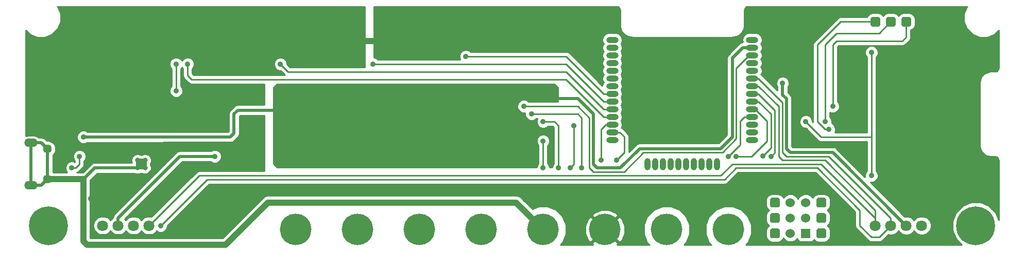
<source format=gtl>
G04 #@! TF.GenerationSoftware,KiCad,Pcbnew,no-vcs-found-3ad3869~61~ubuntu16.04.1*
G04 #@! TF.CreationDate,2018-02-07T22:49:40+05:30*
G04 #@! TF.ProjectId,k3jr_controller,6B336A725F636F6E74726F6C6C65722E,rev 1*
G04 #@! TF.SameCoordinates,Original*
G04 #@! TF.FileFunction,Copper,L1,Top,Signal*
G04 #@! TF.FilePolarity,Positive*
%FSLAX46Y46*%
G04 Gerber Fmt 4.6, Leading zero omitted, Abs format (unit mm)*
G04 Created by KiCad (PCBNEW no-vcs-found-3ad3869~61~ubuntu16.04.1) date Wed Feb  7 22:49:40 2018*
%MOMM*%
%LPD*%
G01*
G04 APERTURE LIST*
%ADD10O,2.200000X1.400000*%
%ADD11C,1.450000*%
%ADD12C,0.150000*%
%ADD13C,1.600000*%
%ADD14C,6.400000*%
%ADD15C,0.800000*%
%ADD16C,5.200000*%
%ADD17O,2.000000X1.000000*%
%ADD18O,1.000000X2.000000*%
%ADD19C,1.800000*%
%ADD20C,1.524000*%
%ADD21R,1.524000X1.524000*%
%ADD22C,0.900000*%
%ADD23C,1.016000*%
%ADD24C,0.254000*%
%ADD25C,0.508000*%
G04 APERTURE END LIST*
D10*
X52355000Y-73970000D03*
X52355000Y-80970000D03*
D11*
X55055000Y-74970000D03*
X55055000Y-79970000D03*
D12*
G36*
X191574207Y-53176926D02*
X191613036Y-53182686D01*
X191651114Y-53192224D01*
X191688073Y-53205448D01*
X191723559Y-53222231D01*
X191757228Y-53242412D01*
X191788757Y-53265796D01*
X191817843Y-53292157D01*
X191844204Y-53321243D01*
X191867588Y-53352772D01*
X191887769Y-53386441D01*
X191904552Y-53421927D01*
X191917776Y-53458886D01*
X191927314Y-53496964D01*
X191933074Y-53535793D01*
X191935000Y-53575000D01*
X191935000Y-54375000D01*
X191933074Y-54414207D01*
X191927314Y-54453036D01*
X191917776Y-54491114D01*
X191904552Y-54528073D01*
X191887769Y-54563559D01*
X191867588Y-54597228D01*
X191844204Y-54628757D01*
X191817843Y-54657843D01*
X191788757Y-54684204D01*
X191757228Y-54707588D01*
X191723559Y-54727769D01*
X191688073Y-54744552D01*
X191651114Y-54757776D01*
X191613036Y-54767314D01*
X191574207Y-54773074D01*
X191535000Y-54775000D01*
X190735000Y-54775000D01*
X190695793Y-54773074D01*
X190656964Y-54767314D01*
X190618886Y-54757776D01*
X190581927Y-54744552D01*
X190546441Y-54727769D01*
X190512772Y-54707588D01*
X190481243Y-54684204D01*
X190452157Y-54657843D01*
X190425796Y-54628757D01*
X190402412Y-54597228D01*
X190382231Y-54563559D01*
X190365448Y-54528073D01*
X190352224Y-54491114D01*
X190342686Y-54453036D01*
X190336926Y-54414207D01*
X190335000Y-54375000D01*
X190335000Y-53575000D01*
X190336926Y-53535793D01*
X190342686Y-53496964D01*
X190352224Y-53458886D01*
X190365448Y-53421927D01*
X190382231Y-53386441D01*
X190402412Y-53352772D01*
X190425796Y-53321243D01*
X190452157Y-53292157D01*
X190481243Y-53265796D01*
X190512772Y-53242412D01*
X190546441Y-53222231D01*
X190581927Y-53205448D01*
X190618886Y-53192224D01*
X190656964Y-53182686D01*
X190695793Y-53176926D01*
X190735000Y-53175000D01*
X191535000Y-53175000D01*
X191574207Y-53176926D01*
X191574207Y-53176926D01*
G37*
D13*
X191135000Y-53975000D03*
D14*
X55245000Y-87630000D03*
D15*
X57645000Y-87630000D03*
X56942056Y-89327056D03*
X55245000Y-90030000D03*
X53547944Y-89327056D03*
X52845000Y-87630000D03*
X53547944Y-85932944D03*
X55245000Y-85230000D03*
X56942056Y-85932944D03*
D14*
X207645000Y-87630000D03*
D15*
X210045000Y-87630000D03*
X209342056Y-89327056D03*
X207645000Y-90030000D03*
X205947944Y-89327056D03*
X205245000Y-87630000D03*
X205947944Y-85932944D03*
X207645000Y-85230000D03*
X209342056Y-85932944D03*
D16*
X95885000Y-88265000D03*
X106045000Y-88265000D03*
X116205000Y-88265000D03*
X167005000Y-88265000D03*
X156845000Y-88265000D03*
X126365000Y-88265000D03*
X146685000Y-88265000D03*
X136525000Y-88265000D03*
D15*
X69850000Y-78105000D03*
X71120000Y-78105000D03*
X71120000Y-76835000D03*
X69850000Y-76835000D03*
X70485000Y-77470000D03*
D17*
X170885000Y-56980000D03*
X170885000Y-58250000D03*
X170885000Y-59520000D03*
X170885000Y-60790000D03*
X170885000Y-62060000D03*
X170885000Y-63330000D03*
X170885000Y-64600000D03*
X170885000Y-65870000D03*
X170885000Y-67140000D03*
X170885000Y-68410000D03*
X170885000Y-69680000D03*
X170885000Y-70950000D03*
X170885000Y-72220000D03*
X170885000Y-73490000D03*
X147885000Y-58250000D03*
X147885000Y-67140000D03*
X147885000Y-68410000D03*
X147885000Y-60790000D03*
X147885000Y-56980000D03*
X147885000Y-69680000D03*
X147885000Y-63330000D03*
X147885000Y-73490000D03*
X147885000Y-72220000D03*
X147885000Y-65870000D03*
X147885000Y-64600000D03*
X147885000Y-62060000D03*
X147885000Y-70950000D03*
X147885000Y-59520000D03*
D18*
X165100000Y-77480000D03*
X163830000Y-77480000D03*
X162560000Y-77480000D03*
X161290000Y-77480000D03*
X160020000Y-77480000D03*
X157480000Y-77480000D03*
X156210000Y-77480000D03*
X154940000Y-77480000D03*
X153670000Y-77480000D03*
X158750000Y-77480000D03*
D19*
X198755000Y-87630000D03*
X196215000Y-87630000D03*
X193675000Y-87630000D03*
X191135000Y-87630000D03*
X71755000Y-87630000D03*
X69215000Y-87630000D03*
X66675000Y-87630000D03*
X64135000Y-87630000D03*
D12*
G36*
X194114207Y-53176926D02*
X194153036Y-53182686D01*
X194191114Y-53192224D01*
X194228073Y-53205448D01*
X194263559Y-53222231D01*
X194297228Y-53242412D01*
X194328757Y-53265796D01*
X194357843Y-53292157D01*
X194384204Y-53321243D01*
X194407588Y-53352772D01*
X194427769Y-53386441D01*
X194444552Y-53421927D01*
X194457776Y-53458886D01*
X194467314Y-53496964D01*
X194473074Y-53535793D01*
X194475000Y-53575000D01*
X194475000Y-54375000D01*
X194473074Y-54414207D01*
X194467314Y-54453036D01*
X194457776Y-54491114D01*
X194444552Y-54528073D01*
X194427769Y-54563559D01*
X194407588Y-54597228D01*
X194384204Y-54628757D01*
X194357843Y-54657843D01*
X194328757Y-54684204D01*
X194297228Y-54707588D01*
X194263559Y-54727769D01*
X194228073Y-54744552D01*
X194191114Y-54757776D01*
X194153036Y-54767314D01*
X194114207Y-54773074D01*
X194075000Y-54775000D01*
X193275000Y-54775000D01*
X193235793Y-54773074D01*
X193196964Y-54767314D01*
X193158886Y-54757776D01*
X193121927Y-54744552D01*
X193086441Y-54727769D01*
X193052772Y-54707588D01*
X193021243Y-54684204D01*
X192992157Y-54657843D01*
X192965796Y-54628757D01*
X192942412Y-54597228D01*
X192922231Y-54563559D01*
X192905448Y-54528073D01*
X192892224Y-54491114D01*
X192882686Y-54453036D01*
X192876926Y-54414207D01*
X192875000Y-54375000D01*
X192875000Y-53575000D01*
X192876926Y-53535793D01*
X192882686Y-53496964D01*
X192892224Y-53458886D01*
X192905448Y-53421927D01*
X192922231Y-53386441D01*
X192942412Y-53352772D01*
X192965796Y-53321243D01*
X192992157Y-53292157D01*
X193021243Y-53265796D01*
X193052772Y-53242412D01*
X193086441Y-53222231D01*
X193121927Y-53205448D01*
X193158886Y-53192224D01*
X193196964Y-53182686D01*
X193235793Y-53176926D01*
X193275000Y-53175000D01*
X194075000Y-53175000D01*
X194114207Y-53176926D01*
X194114207Y-53176926D01*
G37*
D13*
X193675000Y-53975000D03*
D12*
G36*
X196654207Y-53176926D02*
X196693036Y-53182686D01*
X196731114Y-53192224D01*
X196768073Y-53205448D01*
X196803559Y-53222231D01*
X196837228Y-53242412D01*
X196868757Y-53265796D01*
X196897843Y-53292157D01*
X196924204Y-53321243D01*
X196947588Y-53352772D01*
X196967769Y-53386441D01*
X196984552Y-53421927D01*
X196997776Y-53458886D01*
X197007314Y-53496964D01*
X197013074Y-53535793D01*
X197015000Y-53575000D01*
X197015000Y-54375000D01*
X197013074Y-54414207D01*
X197007314Y-54453036D01*
X196997776Y-54491114D01*
X196984552Y-54528073D01*
X196967769Y-54563559D01*
X196947588Y-54597228D01*
X196924204Y-54628757D01*
X196897843Y-54657843D01*
X196868757Y-54684204D01*
X196837228Y-54707588D01*
X196803559Y-54727769D01*
X196768073Y-54744552D01*
X196731114Y-54757776D01*
X196693036Y-54767314D01*
X196654207Y-54773074D01*
X196615000Y-54775000D01*
X195815000Y-54775000D01*
X195775793Y-54773074D01*
X195736964Y-54767314D01*
X195698886Y-54757776D01*
X195661927Y-54744552D01*
X195626441Y-54727769D01*
X195592772Y-54707588D01*
X195561243Y-54684204D01*
X195532157Y-54657843D01*
X195505796Y-54628757D01*
X195482412Y-54597228D01*
X195462231Y-54563559D01*
X195445448Y-54528073D01*
X195432224Y-54491114D01*
X195422686Y-54453036D01*
X195416926Y-54414207D01*
X195415000Y-54375000D01*
X195415000Y-53575000D01*
X195416926Y-53535793D01*
X195422686Y-53496964D01*
X195432224Y-53458886D01*
X195445448Y-53421927D01*
X195462231Y-53386441D01*
X195482412Y-53352772D01*
X195505796Y-53321243D01*
X195532157Y-53292157D01*
X195561243Y-53265796D01*
X195592772Y-53242412D01*
X195626441Y-53222231D01*
X195661927Y-53205448D01*
X195698886Y-53192224D01*
X195736964Y-53182686D01*
X195775793Y-53176926D01*
X195815000Y-53175000D01*
X196615000Y-53175000D01*
X196654207Y-53176926D01*
X196654207Y-53176926D01*
G37*
D13*
X196215000Y-53975000D03*
D12*
G36*
X175064207Y-83021926D02*
X175103036Y-83027686D01*
X175141114Y-83037224D01*
X175178073Y-83050448D01*
X175213559Y-83067231D01*
X175247228Y-83087412D01*
X175278757Y-83110796D01*
X175307843Y-83137157D01*
X175334204Y-83166243D01*
X175357588Y-83197772D01*
X175377769Y-83231441D01*
X175394552Y-83266927D01*
X175407776Y-83303886D01*
X175417314Y-83341964D01*
X175423074Y-83380793D01*
X175425000Y-83420000D01*
X175425000Y-84220000D01*
X175423074Y-84259207D01*
X175417314Y-84298036D01*
X175407776Y-84336114D01*
X175394552Y-84373073D01*
X175377769Y-84408559D01*
X175357588Y-84442228D01*
X175334204Y-84473757D01*
X175307843Y-84502843D01*
X175278757Y-84529204D01*
X175247228Y-84552588D01*
X175213559Y-84572769D01*
X175178073Y-84589552D01*
X175141114Y-84602776D01*
X175103036Y-84612314D01*
X175064207Y-84618074D01*
X175025000Y-84620000D01*
X174225000Y-84620000D01*
X174185793Y-84618074D01*
X174146964Y-84612314D01*
X174108886Y-84602776D01*
X174071927Y-84589552D01*
X174036441Y-84572769D01*
X174002772Y-84552588D01*
X173971243Y-84529204D01*
X173942157Y-84502843D01*
X173915796Y-84473757D01*
X173892412Y-84442228D01*
X173872231Y-84408559D01*
X173855448Y-84373073D01*
X173842224Y-84336114D01*
X173832686Y-84298036D01*
X173826926Y-84259207D01*
X173825000Y-84220000D01*
X173825000Y-83420000D01*
X173826926Y-83380793D01*
X173832686Y-83341964D01*
X173842224Y-83303886D01*
X173855448Y-83266927D01*
X173872231Y-83231441D01*
X173892412Y-83197772D01*
X173915796Y-83166243D01*
X173942157Y-83137157D01*
X173971243Y-83110796D01*
X174002772Y-83087412D01*
X174036441Y-83067231D01*
X174071927Y-83050448D01*
X174108886Y-83037224D01*
X174146964Y-83027686D01*
X174185793Y-83021926D01*
X174225000Y-83020000D01*
X175025000Y-83020000D01*
X175064207Y-83021926D01*
X175064207Y-83021926D01*
G37*
D13*
X174625000Y-83820000D03*
D12*
G36*
X182684207Y-83021926D02*
X182723036Y-83027686D01*
X182761114Y-83037224D01*
X182798073Y-83050448D01*
X182833559Y-83067231D01*
X182867228Y-83087412D01*
X182898757Y-83110796D01*
X182927843Y-83137157D01*
X182954204Y-83166243D01*
X182977588Y-83197772D01*
X182997769Y-83231441D01*
X183014552Y-83266927D01*
X183027776Y-83303886D01*
X183037314Y-83341964D01*
X183043074Y-83380793D01*
X183045000Y-83420000D01*
X183045000Y-84220000D01*
X183043074Y-84259207D01*
X183037314Y-84298036D01*
X183027776Y-84336114D01*
X183014552Y-84373073D01*
X182997769Y-84408559D01*
X182977588Y-84442228D01*
X182954204Y-84473757D01*
X182927843Y-84502843D01*
X182898757Y-84529204D01*
X182867228Y-84552588D01*
X182833559Y-84572769D01*
X182798073Y-84589552D01*
X182761114Y-84602776D01*
X182723036Y-84612314D01*
X182684207Y-84618074D01*
X182645000Y-84620000D01*
X181845000Y-84620000D01*
X181805793Y-84618074D01*
X181766964Y-84612314D01*
X181728886Y-84602776D01*
X181691927Y-84589552D01*
X181656441Y-84572769D01*
X181622772Y-84552588D01*
X181591243Y-84529204D01*
X181562157Y-84502843D01*
X181535796Y-84473757D01*
X181512412Y-84442228D01*
X181492231Y-84408559D01*
X181475448Y-84373073D01*
X181462224Y-84336114D01*
X181452686Y-84298036D01*
X181446926Y-84259207D01*
X181445000Y-84220000D01*
X181445000Y-83420000D01*
X181446926Y-83380793D01*
X181452686Y-83341964D01*
X181462224Y-83303886D01*
X181475448Y-83266927D01*
X181492231Y-83231441D01*
X181512412Y-83197772D01*
X181535796Y-83166243D01*
X181562157Y-83137157D01*
X181591243Y-83110796D01*
X181622772Y-83087412D01*
X181656441Y-83067231D01*
X181691927Y-83050448D01*
X181728886Y-83037224D01*
X181766964Y-83027686D01*
X181805793Y-83021926D01*
X181845000Y-83020000D01*
X182645000Y-83020000D01*
X182684207Y-83021926D01*
X182684207Y-83021926D01*
G37*
D13*
X182245000Y-83820000D03*
D12*
G36*
X175064207Y-85561926D02*
X175103036Y-85567686D01*
X175141114Y-85577224D01*
X175178073Y-85590448D01*
X175213559Y-85607231D01*
X175247228Y-85627412D01*
X175278757Y-85650796D01*
X175307843Y-85677157D01*
X175334204Y-85706243D01*
X175357588Y-85737772D01*
X175377769Y-85771441D01*
X175394552Y-85806927D01*
X175407776Y-85843886D01*
X175417314Y-85881964D01*
X175423074Y-85920793D01*
X175425000Y-85960000D01*
X175425000Y-86760000D01*
X175423074Y-86799207D01*
X175417314Y-86838036D01*
X175407776Y-86876114D01*
X175394552Y-86913073D01*
X175377769Y-86948559D01*
X175357588Y-86982228D01*
X175334204Y-87013757D01*
X175307843Y-87042843D01*
X175278757Y-87069204D01*
X175247228Y-87092588D01*
X175213559Y-87112769D01*
X175178073Y-87129552D01*
X175141114Y-87142776D01*
X175103036Y-87152314D01*
X175064207Y-87158074D01*
X175025000Y-87160000D01*
X174225000Y-87160000D01*
X174185793Y-87158074D01*
X174146964Y-87152314D01*
X174108886Y-87142776D01*
X174071927Y-87129552D01*
X174036441Y-87112769D01*
X174002772Y-87092588D01*
X173971243Y-87069204D01*
X173942157Y-87042843D01*
X173915796Y-87013757D01*
X173892412Y-86982228D01*
X173872231Y-86948559D01*
X173855448Y-86913073D01*
X173842224Y-86876114D01*
X173832686Y-86838036D01*
X173826926Y-86799207D01*
X173825000Y-86760000D01*
X173825000Y-85960000D01*
X173826926Y-85920793D01*
X173832686Y-85881964D01*
X173842224Y-85843886D01*
X173855448Y-85806927D01*
X173872231Y-85771441D01*
X173892412Y-85737772D01*
X173915796Y-85706243D01*
X173942157Y-85677157D01*
X173971243Y-85650796D01*
X174002772Y-85627412D01*
X174036441Y-85607231D01*
X174071927Y-85590448D01*
X174108886Y-85577224D01*
X174146964Y-85567686D01*
X174185793Y-85561926D01*
X174225000Y-85560000D01*
X175025000Y-85560000D01*
X175064207Y-85561926D01*
X175064207Y-85561926D01*
G37*
D13*
X174625000Y-86360000D03*
D20*
X177165000Y-88900000D03*
D21*
X179705000Y-88900000D03*
D20*
X177165000Y-86360000D03*
X179705000Y-86360000D03*
X177165000Y-83820000D03*
X179705000Y-83820000D03*
D12*
G36*
X182684207Y-85561926D02*
X182723036Y-85567686D01*
X182761114Y-85577224D01*
X182798073Y-85590448D01*
X182833559Y-85607231D01*
X182867228Y-85627412D01*
X182898757Y-85650796D01*
X182927843Y-85677157D01*
X182954204Y-85706243D01*
X182977588Y-85737772D01*
X182997769Y-85771441D01*
X183014552Y-85806927D01*
X183027776Y-85843886D01*
X183037314Y-85881964D01*
X183043074Y-85920793D01*
X183045000Y-85960000D01*
X183045000Y-86760000D01*
X183043074Y-86799207D01*
X183037314Y-86838036D01*
X183027776Y-86876114D01*
X183014552Y-86913073D01*
X182997769Y-86948559D01*
X182977588Y-86982228D01*
X182954204Y-87013757D01*
X182927843Y-87042843D01*
X182898757Y-87069204D01*
X182867228Y-87092588D01*
X182833559Y-87112769D01*
X182798073Y-87129552D01*
X182761114Y-87142776D01*
X182723036Y-87152314D01*
X182684207Y-87158074D01*
X182645000Y-87160000D01*
X181845000Y-87160000D01*
X181805793Y-87158074D01*
X181766964Y-87152314D01*
X181728886Y-87142776D01*
X181691927Y-87129552D01*
X181656441Y-87112769D01*
X181622772Y-87092588D01*
X181591243Y-87069204D01*
X181562157Y-87042843D01*
X181535796Y-87013757D01*
X181512412Y-86982228D01*
X181492231Y-86948559D01*
X181475448Y-86913073D01*
X181462224Y-86876114D01*
X181452686Y-86838036D01*
X181446926Y-86799207D01*
X181445000Y-86760000D01*
X181445000Y-85960000D01*
X181446926Y-85920793D01*
X181452686Y-85881964D01*
X181462224Y-85843886D01*
X181475448Y-85806927D01*
X181492231Y-85771441D01*
X181512412Y-85737772D01*
X181535796Y-85706243D01*
X181562157Y-85677157D01*
X181591243Y-85650796D01*
X181622772Y-85627412D01*
X181656441Y-85607231D01*
X181691927Y-85590448D01*
X181728886Y-85577224D01*
X181766964Y-85567686D01*
X181805793Y-85561926D01*
X181845000Y-85560000D01*
X182645000Y-85560000D01*
X182684207Y-85561926D01*
X182684207Y-85561926D01*
G37*
D13*
X182245000Y-86360000D03*
D12*
G36*
X175064207Y-88101926D02*
X175103036Y-88107686D01*
X175141114Y-88117224D01*
X175178073Y-88130448D01*
X175213559Y-88147231D01*
X175247228Y-88167412D01*
X175278757Y-88190796D01*
X175307843Y-88217157D01*
X175334204Y-88246243D01*
X175357588Y-88277772D01*
X175377769Y-88311441D01*
X175394552Y-88346927D01*
X175407776Y-88383886D01*
X175417314Y-88421964D01*
X175423074Y-88460793D01*
X175425000Y-88500000D01*
X175425000Y-89300000D01*
X175423074Y-89339207D01*
X175417314Y-89378036D01*
X175407776Y-89416114D01*
X175394552Y-89453073D01*
X175377769Y-89488559D01*
X175357588Y-89522228D01*
X175334204Y-89553757D01*
X175307843Y-89582843D01*
X175278757Y-89609204D01*
X175247228Y-89632588D01*
X175213559Y-89652769D01*
X175178073Y-89669552D01*
X175141114Y-89682776D01*
X175103036Y-89692314D01*
X175064207Y-89698074D01*
X175025000Y-89700000D01*
X174225000Y-89700000D01*
X174185793Y-89698074D01*
X174146964Y-89692314D01*
X174108886Y-89682776D01*
X174071927Y-89669552D01*
X174036441Y-89652769D01*
X174002772Y-89632588D01*
X173971243Y-89609204D01*
X173942157Y-89582843D01*
X173915796Y-89553757D01*
X173892412Y-89522228D01*
X173872231Y-89488559D01*
X173855448Y-89453073D01*
X173842224Y-89416114D01*
X173832686Y-89378036D01*
X173826926Y-89339207D01*
X173825000Y-89300000D01*
X173825000Y-88500000D01*
X173826926Y-88460793D01*
X173832686Y-88421964D01*
X173842224Y-88383886D01*
X173855448Y-88346927D01*
X173872231Y-88311441D01*
X173892412Y-88277772D01*
X173915796Y-88246243D01*
X173942157Y-88217157D01*
X173971243Y-88190796D01*
X174002772Y-88167412D01*
X174036441Y-88147231D01*
X174071927Y-88130448D01*
X174108886Y-88117224D01*
X174146964Y-88107686D01*
X174185793Y-88101926D01*
X174225000Y-88100000D01*
X175025000Y-88100000D01*
X175064207Y-88101926D01*
X175064207Y-88101926D01*
G37*
D13*
X174625000Y-88900000D03*
D12*
G36*
X182684207Y-88101926D02*
X182723036Y-88107686D01*
X182761114Y-88117224D01*
X182798073Y-88130448D01*
X182833559Y-88147231D01*
X182867228Y-88167412D01*
X182898757Y-88190796D01*
X182927843Y-88217157D01*
X182954204Y-88246243D01*
X182977588Y-88277772D01*
X182997769Y-88311441D01*
X183014552Y-88346927D01*
X183027776Y-88383886D01*
X183037314Y-88421964D01*
X183043074Y-88460793D01*
X183045000Y-88500000D01*
X183045000Y-89300000D01*
X183043074Y-89339207D01*
X183037314Y-89378036D01*
X183027776Y-89416114D01*
X183014552Y-89453073D01*
X182997769Y-89488559D01*
X182977588Y-89522228D01*
X182954204Y-89553757D01*
X182927843Y-89582843D01*
X182898757Y-89609204D01*
X182867228Y-89632588D01*
X182833559Y-89652769D01*
X182798073Y-89669552D01*
X182761114Y-89682776D01*
X182723036Y-89692314D01*
X182684207Y-89698074D01*
X182645000Y-89700000D01*
X181845000Y-89700000D01*
X181805793Y-89698074D01*
X181766964Y-89692314D01*
X181728886Y-89682776D01*
X181691927Y-89669552D01*
X181656441Y-89652769D01*
X181622772Y-89632588D01*
X181591243Y-89609204D01*
X181562157Y-89582843D01*
X181535796Y-89553757D01*
X181512412Y-89522228D01*
X181492231Y-89488559D01*
X181475448Y-89453073D01*
X181462224Y-89416114D01*
X181452686Y-89378036D01*
X181446926Y-89339207D01*
X181445000Y-89300000D01*
X181445000Y-88500000D01*
X181446926Y-88460793D01*
X181452686Y-88421964D01*
X181462224Y-88383886D01*
X181475448Y-88346927D01*
X181492231Y-88311441D01*
X181512412Y-88277772D01*
X181535796Y-88246243D01*
X181562157Y-88217157D01*
X181591243Y-88190796D01*
X181622772Y-88167412D01*
X181656441Y-88147231D01*
X181691927Y-88130448D01*
X181728886Y-88117224D01*
X181766964Y-88107686D01*
X181805793Y-88101926D01*
X181845000Y-88100000D01*
X182645000Y-88100000D01*
X182684207Y-88101926D01*
X182684207Y-88101926D01*
G37*
D13*
X182245000Y-88900000D03*
D22*
X86995000Y-73025000D03*
X86995000Y-71755000D03*
X88265000Y-71755000D03*
X86995000Y-74295000D03*
X86995000Y-78105000D03*
X86995000Y-76835000D03*
X86995000Y-75565000D03*
X73660000Y-87630000D03*
X67310000Y-80010000D03*
X76200000Y-55880000D03*
X67310000Y-83185000D03*
X67310000Y-81280000D03*
X62230000Y-83185000D03*
X63500000Y-83185000D03*
X64770000Y-83185000D03*
X66040000Y-83185000D03*
X179705000Y-70485000D03*
X190500000Y-79375000D03*
X190500000Y-59055000D03*
X74295006Y-74295000D03*
X131445000Y-66675000D03*
X175895000Y-64135000D03*
X93980000Y-68580000D03*
X82550000Y-76200000D03*
X60960000Y-73025000D03*
X111125000Y-57150000D03*
X106045000Y-57150000D03*
X126365000Y-71120000D03*
X126365000Y-73025000D03*
X123825000Y-73025000D03*
X121285000Y-74295000D03*
X118745000Y-74295000D03*
X116205000Y-74295000D03*
X113665000Y-74295000D03*
X111125000Y-74295000D03*
X108585000Y-74295000D03*
X106045000Y-74295000D03*
X103505000Y-74295000D03*
X100965000Y-74295000D03*
X98425000Y-74295000D03*
X95885000Y-74295000D03*
X93980000Y-70485000D03*
X93980000Y-74295000D03*
X93980000Y-72390000D03*
X93980000Y-66675000D03*
X95885000Y-66675000D03*
X98425000Y-66675000D03*
X100965000Y-66675000D03*
X103505000Y-66675000D03*
X106045000Y-66675000D03*
X108585000Y-66675000D03*
X111125000Y-66675000D03*
X113665000Y-66675000D03*
X116205000Y-66675000D03*
X118745000Y-66675000D03*
X121285000Y-66675000D03*
X123825000Y-66675000D03*
X126365000Y-66675000D03*
X99060000Y-68580000D03*
X102870000Y-68580000D03*
X105410000Y-68580000D03*
X107950000Y-68580000D03*
X110490000Y-68580000D03*
X112395000Y-68580000D03*
X114300000Y-68580000D03*
X116205000Y-68580000D03*
X118110000Y-68580000D03*
X120015000Y-68580000D03*
X121920000Y-68580000D03*
X123825000Y-68580000D03*
X125730000Y-68580000D03*
X76200000Y-60960000D03*
X76200000Y-65405000D03*
X133350000Y-67945000D03*
X134620000Y-69215000D03*
X142875000Y-78105000D03*
X136525000Y-78105000D03*
X136525000Y-73660000D03*
X148590000Y-76835000D03*
X146050000Y-76835000D03*
X108585000Y-60960000D03*
X139065000Y-78105000D03*
X136525000Y-70485000D03*
X140970000Y-78105000D03*
X141605000Y-71120000D03*
X93345000Y-60960000D03*
X78105000Y-60960000D03*
X59054970Y-78105000D03*
X60325000Y-76200000D03*
X167005000Y-76200000D03*
X173990000Y-76199990D03*
X172646753Y-76126753D03*
X168275000Y-76200000D03*
X182880000Y-70485000D03*
X184150000Y-67945000D03*
X123825000Y-59690000D03*
X183515000Y-71755000D03*
D23*
X90805000Y-84328000D02*
X91313000Y-83820000D01*
X91313000Y-83820000D02*
X132080000Y-83820000D01*
X132080000Y-83820000D02*
X136525000Y-88265000D01*
D24*
X188595000Y-87630000D02*
X188595000Y-85090000D01*
X190500000Y-89535000D02*
X188595000Y-87630000D01*
X191770000Y-89535000D02*
X190500000Y-89535000D01*
X193675000Y-87630000D02*
X191770000Y-89535000D01*
X188595000Y-85090000D02*
X181610000Y-78105000D01*
X181610000Y-78105000D02*
X168275000Y-78105000D01*
X168275000Y-78105000D02*
X166370000Y-80010000D01*
X166370000Y-80010000D02*
X81280000Y-80010000D01*
X81280000Y-80010000D02*
X73660000Y-87630000D01*
X167640000Y-77470000D02*
X165735000Y-79375000D01*
X182247792Y-77470000D02*
X167640000Y-77470000D01*
X191135000Y-87630000D02*
X191135000Y-86357208D01*
X191135000Y-86357208D02*
X182247792Y-77470000D01*
X165735000Y-79375000D02*
X80010000Y-79375000D01*
X80010000Y-79375000D02*
X71755000Y-87630000D01*
D25*
X83439000Y-89281000D02*
X90805000Y-81915000D01*
X63246000Y-89281000D02*
X83439000Y-89281000D01*
X62230000Y-88265000D02*
X63246000Y-89281000D01*
X62230000Y-83185000D02*
X62230000Y-88265000D01*
X90805000Y-81915000D02*
X140335000Y-81915000D01*
X140335000Y-81915000D02*
X146685000Y-88265000D01*
D23*
X86995000Y-74295000D02*
X74295006Y-74295000D01*
D25*
X71120000Y-78105000D02*
X69850000Y-78105000D01*
X71120000Y-76835000D02*
X71120000Y-78105000D01*
X69850000Y-76835000D02*
X71120000Y-76835000D01*
X69850000Y-78105000D02*
X69850000Y-76835000D01*
X52355000Y-73970000D02*
X52355000Y-80970000D01*
X52355000Y-80970000D02*
X54055000Y-80970000D01*
X54055000Y-80970000D02*
X55055000Y-79970000D01*
X52355000Y-73970000D02*
X54055000Y-73970000D01*
X54055000Y-73970000D02*
X55055000Y-74970000D01*
X55055000Y-79970000D02*
X55055000Y-74970000D01*
X69850000Y-78105000D02*
X62865000Y-78105000D01*
X60960000Y-79970000D02*
X61000000Y-79970000D01*
X61000000Y-79970000D02*
X62865000Y-78105000D01*
X58420000Y-73660000D02*
X58420000Y-65405000D01*
X58420000Y-65405000D02*
X67945000Y-55880000D01*
X59055000Y-74295000D02*
X58420000Y-73660000D01*
X74295006Y-74295000D02*
X59055000Y-74295000D01*
X67945000Y-55880000D02*
X76200000Y-55880000D01*
D23*
X67310000Y-80010000D02*
X67310000Y-83185000D01*
X67310000Y-83185000D02*
X62230000Y-83185000D01*
X84328000Y-90805000D02*
X90805000Y-84328000D01*
X61595000Y-90805000D02*
X84328000Y-90805000D01*
X60960000Y-90170000D02*
X61595000Y-90805000D01*
X60960000Y-79970000D02*
X60960000Y-90170000D01*
X55055000Y-79970000D02*
X60960000Y-79970000D01*
D24*
X175895000Y-75565000D02*
X176530000Y-76200000D01*
X175895000Y-67310000D02*
X175895000Y-75565000D01*
X171915000Y-63330000D02*
X175895000Y-67310000D01*
X170885000Y-63330000D02*
X171915000Y-63330000D01*
X176530000Y-76200000D02*
X183515000Y-76200000D01*
X183515000Y-76200000D02*
X193675000Y-86360000D01*
X193675000Y-86360000D02*
X193675000Y-87630000D01*
X175260000Y-76200000D02*
X175895000Y-76835000D01*
X170885000Y-64600000D02*
X171915000Y-64600000D01*
X175260000Y-67945000D02*
X175260000Y-76200000D01*
X171915000Y-64600000D02*
X175260000Y-67945000D01*
X175895000Y-76835000D02*
X182880000Y-76835000D01*
X182880000Y-76835000D02*
X191135000Y-85090000D01*
X191135000Y-85090000D02*
X191135000Y-87630000D01*
X190500000Y-59055000D02*
X190500000Y-73025000D01*
X190500000Y-73025000D02*
X190500000Y-79375000D01*
X182245000Y-73025000D02*
X190500000Y-73025000D01*
X179705000Y-70485000D02*
X182245000Y-73025000D01*
D23*
X74295006Y-76836390D02*
X74295006Y-74295000D01*
X67310000Y-80010000D02*
X71121396Y-80010000D01*
X71121396Y-80010000D02*
X74295006Y-76836390D01*
D25*
X85090000Y-73025000D02*
X60960000Y-73025000D01*
X85725000Y-69215000D02*
X85725000Y-72390000D01*
X85725000Y-72390000D02*
X85090000Y-73025000D01*
X86360000Y-68580000D02*
X85725000Y-69215000D01*
X93980000Y-68580000D02*
X86360000Y-68580000D01*
X82550000Y-76200000D02*
X76835000Y-76200000D01*
X76835000Y-76200000D02*
X66675000Y-86360000D01*
X144780000Y-69215000D02*
X142240000Y-66675000D01*
X149225000Y-78105000D02*
X145415000Y-78105000D01*
X152400000Y-74930000D02*
X149225000Y-78105000D01*
X165735000Y-74930000D02*
X152400000Y-74930000D01*
X170885000Y-58250000D02*
X169377000Y-58250000D01*
X169377000Y-58250000D02*
X167640000Y-59987000D01*
X145415000Y-78105000D02*
X144780000Y-77470000D01*
X167640000Y-59987000D02*
X167640000Y-73025000D01*
X144780000Y-77470000D02*
X144780000Y-69215000D01*
X167640000Y-73025000D02*
X165735000Y-74930000D01*
X142240000Y-66675000D02*
X131445000Y-66675000D01*
X93980000Y-66675000D02*
X131445000Y-66675000D01*
X121285000Y-74295000D02*
X93980000Y-74295000D01*
X122555000Y-73025000D02*
X121285000Y-74295000D01*
X126365000Y-73025000D02*
X122555000Y-73025000D01*
X126365000Y-71120000D02*
X126365000Y-73025000D01*
X93980000Y-69215000D02*
X93980000Y-68580000D01*
X93980000Y-69215000D02*
X93980000Y-66675000D01*
X93980000Y-74295000D02*
X93980000Y-69215000D01*
X176530000Y-66675000D02*
X176530000Y-74930000D01*
X175895000Y-66040000D02*
X176530000Y-66675000D01*
X176530000Y-74930000D02*
X177165000Y-75565000D01*
X175895000Y-64135000D02*
X175895000Y-66040000D01*
X177165000Y-75565000D02*
X184150000Y-75565000D01*
X184150000Y-75565000D02*
X196215000Y-87630000D01*
X66675000Y-87630000D02*
X66675000Y-86360000D01*
D23*
X106045000Y-57150000D02*
X111125000Y-57150000D01*
D25*
X69850000Y-76835000D02*
X70485000Y-77470000D01*
X71120000Y-76835000D02*
X70485000Y-77470000D01*
X71120000Y-78105000D02*
X70485000Y-77470000D01*
X69850000Y-78105000D02*
X70485000Y-77470000D01*
D24*
X144145000Y-78105000D02*
X144145000Y-69850000D01*
X149860000Y-78740000D02*
X144780000Y-78740000D01*
X153034989Y-75565011D02*
X149860000Y-78740000D01*
X168275011Y-73288030D02*
X165998030Y-75565011D01*
X168275011Y-61629989D02*
X168275011Y-73288030D01*
X170385000Y-59520000D02*
X168275011Y-61629989D01*
X165998030Y-75565011D02*
X153034989Y-75565011D01*
X170885000Y-59520000D02*
X170385000Y-59520000D01*
X144145000Y-69850000D02*
X142240000Y-67945000D01*
X144780000Y-78740000D02*
X144145000Y-78105000D01*
X142240000Y-67945000D02*
X133350000Y-67945000D01*
X76200000Y-65405000D02*
X76200000Y-60960000D01*
X134620000Y-69215000D02*
X142240000Y-69215000D01*
X142240000Y-69215000D02*
X142875000Y-69850000D01*
X142875000Y-69850000D02*
X142875000Y-78105000D01*
X136525000Y-73660000D02*
X136525000Y-78105000D01*
X149860000Y-72941000D02*
X149860000Y-75565000D01*
X149860000Y-75565000D02*
X148590000Y-76835000D01*
X147885000Y-72220000D02*
X149139000Y-72220000D01*
X149139000Y-72220000D02*
X149860000Y-72941000D01*
X146050000Y-71755000D02*
X146050000Y-76835000D01*
X146050000Y-71755000D02*
X146855000Y-70950000D01*
X146855000Y-70950000D02*
X147885000Y-70950000D01*
X147885000Y-65870000D02*
X146514978Y-65870000D01*
X146514978Y-65870000D02*
X140334978Y-59690000D01*
X140334978Y-59690000D02*
X123825000Y-59690000D01*
X147885000Y-67140000D02*
X146515000Y-67140000D01*
X146515000Y-67140000D02*
X140335000Y-60960000D01*
X140335000Y-60960000D02*
X108585000Y-60960000D01*
X138430000Y-70485000D02*
X136525000Y-70485000D01*
X139065000Y-71120000D02*
X138430000Y-70485000D01*
X139065000Y-78105000D02*
X139065000Y-71120000D01*
X141605000Y-77470000D02*
X140970000Y-78105000D01*
X141605000Y-71120000D02*
X141605000Y-77470000D01*
X147885000Y-68410000D02*
X146515000Y-68410000D01*
X146515000Y-68410000D02*
X140335000Y-62230000D01*
X140335000Y-62230000D02*
X94615000Y-62230000D01*
X94615000Y-62230000D02*
X93345000Y-60960000D01*
X78740000Y-63500000D02*
X78105000Y-62865000D01*
X140335000Y-63500000D02*
X78740000Y-63500000D01*
X146515000Y-69680000D02*
X140335000Y-63500000D01*
X147885000Y-69680000D02*
X146515000Y-69680000D01*
X78105000Y-62865000D02*
X78105000Y-60960000D01*
X60325000Y-76200000D02*
X60325000Y-77470000D01*
X59690000Y-78105000D02*
X59054970Y-78105000D01*
X60325000Y-77470000D02*
X59690000Y-78105000D01*
X170885000Y-69680000D02*
X169631000Y-69680000D01*
X169631000Y-69680000D02*
X168910000Y-70401000D01*
X168910000Y-70401000D02*
X168910000Y-74295000D01*
X168910000Y-74295000D02*
X167005000Y-76200000D01*
X174625000Y-75564990D02*
X173990000Y-76199990D01*
X171915000Y-65870000D02*
X174625000Y-68580000D01*
X174625000Y-68580000D02*
X174625000Y-75564990D01*
X170885000Y-65870000D02*
X171915000Y-65870000D01*
X173990000Y-74783506D02*
X172646753Y-76126753D01*
X173990000Y-69215000D02*
X173990000Y-74783506D01*
X171915000Y-67140000D02*
X173990000Y-69215000D01*
X170885000Y-67140000D02*
X171915000Y-67140000D01*
X173355000Y-73661396D02*
X170816396Y-76200000D01*
X170885000Y-68410000D02*
X171385000Y-68410000D01*
X171385000Y-68410000D02*
X173355000Y-70380000D01*
X173355000Y-70380000D02*
X173355000Y-73661396D01*
X170816396Y-76200000D02*
X168275000Y-76200000D01*
X181610000Y-70485000D02*
X182880000Y-71755000D01*
X181610000Y-57785000D02*
X181610000Y-70485000D01*
X185420000Y-53975000D02*
X181610000Y-57785000D01*
X191135000Y-53975000D02*
X185420000Y-53975000D01*
X182880000Y-71755000D02*
X183515000Y-71755000D01*
X182880000Y-70485000D02*
X182880000Y-57785000D01*
X193675000Y-53975000D02*
X191770000Y-55880000D01*
X191770000Y-55880000D02*
X184785000Y-55880000D01*
X184785000Y-55880000D02*
X182880000Y-57785000D01*
X184785000Y-57150000D02*
X195580000Y-57150000D01*
X184150000Y-57785000D02*
X184785000Y-57150000D01*
X184150000Y-67945000D02*
X184150000Y-57785000D01*
X196215000Y-56515000D02*
X196215000Y-53975000D01*
X195580000Y-57150000D02*
X196215000Y-56515000D01*
G36*
X138938000Y-64822606D02*
X138938000Y-67183000D01*
X134122413Y-67183000D01*
X133965405Y-67025718D01*
X133566767Y-66860189D01*
X133135127Y-66859812D01*
X132736200Y-67024646D01*
X132430718Y-67329595D01*
X132265189Y-67728233D01*
X132264812Y-68159873D01*
X132429646Y-68558800D01*
X132734595Y-68864282D01*
X133133233Y-69029811D01*
X133535161Y-69030162D01*
X133534812Y-69429873D01*
X133699646Y-69828800D01*
X134004595Y-70134282D01*
X134403233Y-70299811D01*
X134834873Y-70300188D01*
X135233800Y-70135354D01*
X135392431Y-69977000D01*
X135561120Y-69977000D01*
X135440189Y-70268233D01*
X135439812Y-70699873D01*
X135604646Y-71098800D01*
X135909595Y-71404282D01*
X136308233Y-71569811D01*
X136739873Y-71570188D01*
X137138800Y-71405354D01*
X137297431Y-71247000D01*
X138114370Y-71247000D01*
X138303000Y-71435631D01*
X138303000Y-77332587D01*
X138145718Y-77489595D01*
X137980189Y-77888233D01*
X137980111Y-77978000D01*
X137610111Y-77978000D01*
X137610188Y-77890127D01*
X137445354Y-77491200D01*
X137287000Y-77332569D01*
X137287000Y-74432413D01*
X137444282Y-74275405D01*
X137609811Y-73876767D01*
X137610188Y-73445127D01*
X137445354Y-73046200D01*
X137140405Y-72740718D01*
X136741767Y-72575189D01*
X136310127Y-72574812D01*
X135911200Y-72739646D01*
X135605718Y-73044595D01*
X135440189Y-73443233D01*
X135439812Y-73874873D01*
X135604646Y-74273800D01*
X135763000Y-74432431D01*
X135763000Y-77332587D01*
X135605718Y-77489595D01*
X135440189Y-77888233D01*
X135440111Y-77978000D01*
X92762606Y-77978000D01*
X92202000Y-77417394D01*
X92202000Y-64822606D01*
X92762606Y-64262000D01*
X138377394Y-64262000D01*
X138938000Y-64822606D01*
X138938000Y-64822606D01*
G37*
X138938000Y-64822606D02*
X138938000Y-67183000D01*
X134122413Y-67183000D01*
X133965405Y-67025718D01*
X133566767Y-66860189D01*
X133135127Y-66859812D01*
X132736200Y-67024646D01*
X132430718Y-67329595D01*
X132265189Y-67728233D01*
X132264812Y-68159873D01*
X132429646Y-68558800D01*
X132734595Y-68864282D01*
X133133233Y-69029811D01*
X133535161Y-69030162D01*
X133534812Y-69429873D01*
X133699646Y-69828800D01*
X134004595Y-70134282D01*
X134403233Y-70299811D01*
X134834873Y-70300188D01*
X135233800Y-70135354D01*
X135392431Y-69977000D01*
X135561120Y-69977000D01*
X135440189Y-70268233D01*
X135439812Y-70699873D01*
X135604646Y-71098800D01*
X135909595Y-71404282D01*
X136308233Y-71569811D01*
X136739873Y-71570188D01*
X137138800Y-71405354D01*
X137297431Y-71247000D01*
X138114370Y-71247000D01*
X138303000Y-71435631D01*
X138303000Y-77332587D01*
X138145718Y-77489595D01*
X137980189Y-77888233D01*
X137980111Y-77978000D01*
X137610111Y-77978000D01*
X137610188Y-77890127D01*
X137445354Y-77491200D01*
X137287000Y-77332569D01*
X137287000Y-74432413D01*
X137444282Y-74275405D01*
X137609811Y-73876767D01*
X137610188Y-73445127D01*
X137445354Y-73046200D01*
X137140405Y-72740718D01*
X136741767Y-72575189D01*
X136310127Y-72574812D01*
X135911200Y-72739646D01*
X135605718Y-73044595D01*
X135440189Y-73443233D01*
X135439812Y-73874873D01*
X135604646Y-74273800D01*
X135763000Y-74432431D01*
X135763000Y-77332587D01*
X135605718Y-77489595D01*
X135440189Y-77888233D01*
X135440111Y-77978000D01*
X92762606Y-77978000D01*
X92202000Y-77417394D01*
X92202000Y-64822606D01*
X92762606Y-64262000D01*
X138377394Y-64262000D01*
X138938000Y-64822606D01*
G36*
X107188000Y-61468000D02*
X94930631Y-61468000D01*
X94429994Y-60967363D01*
X94430188Y-60745127D01*
X94265354Y-60346200D01*
X93960405Y-60040718D01*
X93561767Y-59875189D01*
X93130127Y-59874812D01*
X92731200Y-60039646D01*
X92425718Y-60344595D01*
X92260189Y-60743233D01*
X92259812Y-61174873D01*
X92424646Y-61573800D01*
X92729595Y-61879282D01*
X93128233Y-62044811D01*
X93352376Y-62045007D01*
X94045369Y-62738000D01*
X79055631Y-62738000D01*
X78867000Y-62549370D01*
X78867000Y-61732413D01*
X79024282Y-61575405D01*
X79189811Y-61176767D01*
X79190188Y-60745127D01*
X79025354Y-60346200D01*
X78720405Y-60040718D01*
X78321767Y-59875189D01*
X77890127Y-59874812D01*
X77491200Y-60039646D01*
X77185718Y-60344595D01*
X77152623Y-60424297D01*
X77120354Y-60346200D01*
X76815405Y-60040718D01*
X76416767Y-59875189D01*
X75985127Y-59874812D01*
X75586200Y-60039646D01*
X75280718Y-60344595D01*
X75115189Y-60743233D01*
X75114812Y-61174873D01*
X75279646Y-61573800D01*
X75438000Y-61732431D01*
X75438000Y-64632587D01*
X75280718Y-64789595D01*
X75115189Y-65188233D01*
X75114812Y-65619873D01*
X75279646Y-66018800D01*
X75584595Y-66324282D01*
X75983233Y-66489811D01*
X76414873Y-66490188D01*
X76813800Y-66325354D01*
X77119282Y-66020405D01*
X77284811Y-65621767D01*
X77285188Y-65190127D01*
X77120354Y-64791200D01*
X76962000Y-64632569D01*
X76962000Y-61732413D01*
X77119282Y-61575405D01*
X77152377Y-61495703D01*
X77184646Y-61573800D01*
X77343000Y-61732431D01*
X77343000Y-62865000D01*
X77401004Y-63156605D01*
X77542447Y-63368289D01*
X77566185Y-63403815D01*
X78201185Y-64038816D01*
X78349377Y-64137834D01*
X78448395Y-64203996D01*
X78740000Y-64262000D01*
X90678000Y-64262000D01*
X90678000Y-67691000D01*
X86360000Y-67691000D01*
X86019795Y-67758670D01*
X85731382Y-67951382D01*
X85096382Y-68586382D01*
X84903671Y-68874794D01*
X84836000Y-69215000D01*
X84836000Y-72021764D01*
X84721764Y-72136000D01*
X61605634Y-72136000D01*
X61575405Y-72105718D01*
X61176767Y-71940189D01*
X60745127Y-71939812D01*
X60346200Y-72104646D01*
X60040718Y-72409595D01*
X59875189Y-72808233D01*
X59874812Y-73239873D01*
X60039646Y-73638800D01*
X60344595Y-73944282D01*
X60743233Y-74109811D01*
X61174873Y-74110188D01*
X61573800Y-73945354D01*
X61605209Y-73914000D01*
X85090000Y-73914000D01*
X85430206Y-73846329D01*
X85718618Y-73653618D01*
X86353618Y-73018618D01*
X86546330Y-72730205D01*
X86614000Y-72390000D01*
X86614000Y-69583236D01*
X86728236Y-69469000D01*
X90678000Y-69469000D01*
X90678000Y-78613000D01*
X80010000Y-78613000D01*
X79718395Y-78671004D01*
X79624687Y-78733618D01*
X79471185Y-78836185D01*
X72167965Y-86139405D01*
X72061670Y-86095267D01*
X71451009Y-86094735D01*
X70886629Y-86327932D01*
X70484677Y-86729182D01*
X70085643Y-86329449D01*
X69521670Y-86095267D01*
X68911009Y-86094735D01*
X68346629Y-86327932D01*
X67944677Y-86729182D01*
X67754033Y-86538203D01*
X77203236Y-77089000D01*
X81904366Y-77089000D01*
X81934595Y-77119282D01*
X82333233Y-77284811D01*
X82764873Y-77285188D01*
X83163800Y-77120354D01*
X83469282Y-76815405D01*
X83634811Y-76416767D01*
X83635188Y-75985127D01*
X83470354Y-75586200D01*
X83165405Y-75280718D01*
X82766767Y-75115189D01*
X82335127Y-75114812D01*
X81936200Y-75279646D01*
X81904791Y-75311000D01*
X76835000Y-75311000D01*
X76494794Y-75378671D01*
X76319193Y-75496004D01*
X76206382Y-75571382D01*
X66046382Y-85731382D01*
X65853671Y-86019794D01*
X65788848Y-86345682D01*
X65404677Y-86729182D01*
X65005643Y-86329449D01*
X64441670Y-86095267D01*
X63831009Y-86094735D01*
X63266629Y-86327932D01*
X62834449Y-86759357D01*
X62600267Y-87323330D01*
X62599735Y-87933991D01*
X62832932Y-88498371D01*
X63264357Y-88930551D01*
X63828330Y-89164733D01*
X64438991Y-89165265D01*
X65003371Y-88932068D01*
X65405323Y-88530818D01*
X65804357Y-88930551D01*
X66368330Y-89164733D01*
X66978991Y-89165265D01*
X67543371Y-88932068D01*
X67945323Y-88530818D01*
X68344357Y-88930551D01*
X68908330Y-89164733D01*
X69518991Y-89165265D01*
X70083371Y-88932068D01*
X70485323Y-88530818D01*
X70884357Y-88930551D01*
X71448330Y-89164733D01*
X72058991Y-89165265D01*
X72623371Y-88932068D01*
X73025744Y-88530398D01*
X73044595Y-88549282D01*
X73443233Y-88714811D01*
X73874873Y-88715188D01*
X74273800Y-88550354D01*
X74579282Y-88245405D01*
X74744811Y-87846767D01*
X74745007Y-87622623D01*
X81595631Y-80772000D01*
X166370000Y-80772000D01*
X166661605Y-80713996D01*
X166908815Y-80548815D01*
X168590630Y-78867000D01*
X181294370Y-78867000D01*
X187833000Y-85405631D01*
X187833000Y-87630000D01*
X187891004Y-87921605D01*
X188035595Y-88138000D01*
X188056185Y-88168815D01*
X189961185Y-90073815D01*
X190208395Y-90238996D01*
X190500000Y-90297000D01*
X191770000Y-90297000D01*
X192061605Y-90238996D01*
X192308815Y-90073815D01*
X193262035Y-89120595D01*
X193368330Y-89164733D01*
X193978991Y-89165265D01*
X194543371Y-88932068D01*
X194945323Y-88530818D01*
X195344357Y-88930551D01*
X195908330Y-89164733D01*
X196518991Y-89165265D01*
X197083371Y-88932068D01*
X197485323Y-88530818D01*
X197884357Y-88930551D01*
X198448330Y-89164733D01*
X199058991Y-89165265D01*
X199623371Y-88932068D01*
X200055551Y-88500643D01*
X200289733Y-87936670D01*
X200290265Y-87326009D01*
X200057068Y-86761629D01*
X199625643Y-86329449D01*
X199061670Y-86095267D01*
X198451009Y-86094735D01*
X197886629Y-86327932D01*
X197484677Y-86729182D01*
X197085643Y-86329449D01*
X196521670Y-86095267D01*
X195936994Y-86094758D01*
X190302063Y-80459827D01*
X190714873Y-80460188D01*
X191113800Y-80295354D01*
X191419282Y-79990405D01*
X191584811Y-79591767D01*
X191585188Y-79160127D01*
X191420354Y-78761200D01*
X191262000Y-78602569D01*
X191262000Y-59827413D01*
X191419282Y-59670405D01*
X191584811Y-59271767D01*
X191585188Y-58840127D01*
X191420354Y-58441200D01*
X191115405Y-58135718D01*
X190716767Y-57970189D01*
X190285127Y-57969812D01*
X189886200Y-58134646D01*
X189580718Y-58439595D01*
X189415189Y-58838233D01*
X189414812Y-59269873D01*
X189579646Y-59668800D01*
X189738000Y-59827431D01*
X189738000Y-72263000D01*
X184478880Y-72263000D01*
X184599811Y-71971767D01*
X184600188Y-71540127D01*
X184435354Y-71141200D01*
X184130405Y-70835718D01*
X183941723Y-70757370D01*
X183964811Y-70701767D01*
X183965188Y-70270127D01*
X183800354Y-69871200D01*
X183642000Y-69712569D01*
X183642000Y-68908880D01*
X183933233Y-69029811D01*
X184364873Y-69030188D01*
X184763800Y-68865354D01*
X185069282Y-68560405D01*
X185234811Y-68161767D01*
X185235188Y-67730127D01*
X185070354Y-67331200D01*
X184912000Y-67172569D01*
X184912000Y-58100630D01*
X185100631Y-57912000D01*
X195580000Y-57912000D01*
X195871605Y-57853996D01*
X196118815Y-57688815D01*
X196753816Y-57053815D01*
X196884391Y-56858395D01*
X196918996Y-56806605D01*
X196977000Y-56515000D01*
X196977000Y-55350433D01*
X197015838Y-55342708D01*
X197355652Y-55115652D01*
X197582708Y-54775838D01*
X197662440Y-54375000D01*
X197662440Y-53575000D01*
X197582708Y-53174162D01*
X197355652Y-52834348D01*
X197015838Y-52607292D01*
X196615000Y-52527560D01*
X195815000Y-52527560D01*
X195414162Y-52607292D01*
X195074348Y-52834348D01*
X194945000Y-53027931D01*
X194815652Y-52834348D01*
X194475838Y-52607292D01*
X194075000Y-52527560D01*
X193275000Y-52527560D01*
X192874162Y-52607292D01*
X192534348Y-52834348D01*
X192405000Y-53027931D01*
X192275652Y-52834348D01*
X191935838Y-52607292D01*
X191535000Y-52527560D01*
X190735000Y-52527560D01*
X190334162Y-52607292D01*
X189994348Y-52834348D01*
X189767292Y-53174162D01*
X189759567Y-53213000D01*
X185420000Y-53213000D01*
X185128395Y-53271004D01*
X185029377Y-53337166D01*
X184881185Y-53436184D01*
X181071185Y-57246185D01*
X180906004Y-57493395D01*
X180848000Y-57785000D01*
X180848000Y-70485000D01*
X180864232Y-70566601D01*
X180789994Y-70492364D01*
X180790188Y-70270127D01*
X180625354Y-69871200D01*
X180320405Y-69565718D01*
X179921767Y-69400189D01*
X179490127Y-69399812D01*
X179091200Y-69564646D01*
X178785718Y-69869595D01*
X178620189Y-70268233D01*
X178619812Y-70699873D01*
X178784646Y-71098800D01*
X179089595Y-71404282D01*
X179488233Y-71569811D01*
X179712377Y-71570007D01*
X181706184Y-73563815D01*
X181879461Y-73679595D01*
X181953395Y-73728996D01*
X182245000Y-73787000D01*
X189738000Y-73787000D01*
X189738000Y-78602587D01*
X189580718Y-78759595D01*
X189415189Y-79158233D01*
X189414827Y-79572591D01*
X184778618Y-74936382D01*
X184731403Y-74904834D01*
X184490206Y-74743671D01*
X184150000Y-74676000D01*
X177533236Y-74676000D01*
X177419000Y-74561764D01*
X177419000Y-66675000D01*
X177382164Y-66489811D01*
X177351330Y-66334795D01*
X177158618Y-66046382D01*
X176784000Y-65671764D01*
X176784000Y-64780634D01*
X176814282Y-64750405D01*
X176979811Y-64351767D01*
X176980188Y-63920127D01*
X176815354Y-63521200D01*
X176510405Y-63215718D01*
X176111767Y-63050189D01*
X175680127Y-63049812D01*
X175281200Y-63214646D01*
X174975718Y-63519595D01*
X174810189Y-63918233D01*
X174809812Y-64349873D01*
X174974646Y-64748800D01*
X175006000Y-64780209D01*
X175006000Y-65343370D01*
X172453815Y-62791185D01*
X172378970Y-62741175D01*
X172349063Y-62721192D01*
X172331562Y-62695000D01*
X172465635Y-62494346D01*
X172552032Y-62060000D01*
X172465635Y-61625654D01*
X172331562Y-61425000D01*
X172465635Y-61224346D01*
X172552032Y-60790000D01*
X172465635Y-60355654D01*
X172331562Y-60155000D01*
X172465635Y-59954346D01*
X172552032Y-59520000D01*
X172465635Y-59085654D01*
X172331562Y-58885000D01*
X172465635Y-58684346D01*
X172552032Y-58250000D01*
X172465635Y-57815654D01*
X172331562Y-57615000D01*
X172465635Y-57414346D01*
X172552032Y-56980000D01*
X172465635Y-56545654D01*
X172219598Y-56177434D01*
X171851378Y-55931397D01*
X171417032Y-55845000D01*
X170352968Y-55845000D01*
X169918622Y-55931397D01*
X169550402Y-56177434D01*
X169304365Y-56545654D01*
X169217968Y-56980000D01*
X169296922Y-57376928D01*
X169036794Y-57428671D01*
X168748382Y-57621382D01*
X167011382Y-59358382D01*
X166818671Y-59646794D01*
X166751000Y-59987000D01*
X166751000Y-72656764D01*
X165366764Y-74041000D01*
X152400000Y-74041000D01*
X152059794Y-74108671D01*
X151922171Y-74200628D01*
X151771382Y-74301382D01*
X150622000Y-75450764D01*
X150622000Y-72941000D01*
X150563996Y-72649395D01*
X150398815Y-72402185D01*
X149677815Y-71681185D01*
X149430605Y-71516004D01*
X149383875Y-71506709D01*
X149465635Y-71384346D01*
X149552032Y-70950000D01*
X149465635Y-70515654D01*
X149331562Y-70315000D01*
X149465635Y-70114346D01*
X149552032Y-69680000D01*
X149465635Y-69245654D01*
X149331562Y-69045000D01*
X149465635Y-68844346D01*
X149552032Y-68410000D01*
X149465635Y-67975654D01*
X149331562Y-67775000D01*
X149465635Y-67574346D01*
X149552032Y-67140000D01*
X149465635Y-66705654D01*
X149331562Y-66505000D01*
X149465635Y-66304346D01*
X149552032Y-65870000D01*
X149465635Y-65435654D01*
X149331562Y-65235000D01*
X149465635Y-65034346D01*
X149552032Y-64600000D01*
X149465635Y-64165654D01*
X149331562Y-63965000D01*
X149465635Y-63764346D01*
X149552032Y-63330000D01*
X149465635Y-62895654D01*
X149331562Y-62695000D01*
X149465635Y-62494346D01*
X149552032Y-62060000D01*
X149465635Y-61625654D01*
X149331562Y-61425000D01*
X149465635Y-61224346D01*
X149552032Y-60790000D01*
X149465635Y-60355654D01*
X149331562Y-60155000D01*
X149465635Y-59954346D01*
X149552032Y-59520000D01*
X149465635Y-59085654D01*
X149331562Y-58885000D01*
X149465635Y-58684346D01*
X149552032Y-58250000D01*
X149465635Y-57815654D01*
X149331562Y-57615000D01*
X149465635Y-57414346D01*
X149552032Y-56980000D01*
X149465635Y-56545654D01*
X149219598Y-56177434D01*
X148851378Y-55931397D01*
X148417032Y-55845000D01*
X147352968Y-55845000D01*
X146918622Y-55931397D01*
X146550402Y-56177434D01*
X146304365Y-56545654D01*
X146217968Y-56980000D01*
X146304365Y-57414346D01*
X146438438Y-57615000D01*
X146304365Y-57815654D01*
X146217968Y-58250000D01*
X146304365Y-58684346D01*
X146438438Y-58885000D01*
X146304365Y-59085654D01*
X146217968Y-59520000D01*
X146304365Y-59954346D01*
X146438438Y-60155000D01*
X146304365Y-60355654D01*
X146217968Y-60790000D01*
X146304365Y-61224346D01*
X146438438Y-61425000D01*
X146304365Y-61625654D01*
X146217968Y-62060000D01*
X146304365Y-62494346D01*
X146438438Y-62695000D01*
X146304365Y-62895654D01*
X146217968Y-63330000D01*
X146304365Y-63764346D01*
X146438438Y-63965000D01*
X146304365Y-64165654D01*
X146235329Y-64512721D01*
X140873793Y-59151185D01*
X140729842Y-59055000D01*
X140626583Y-58986004D01*
X140334978Y-58928000D01*
X124597413Y-58928000D01*
X124440405Y-58770718D01*
X124041767Y-58605189D01*
X123610127Y-58604812D01*
X123211200Y-58769646D01*
X122905718Y-59074595D01*
X122740189Y-59473233D01*
X122739812Y-59904873D01*
X122860930Y-60198000D01*
X109357413Y-60198000D01*
X109200405Y-60040718D01*
X108801767Y-59875189D01*
X108712000Y-59875111D01*
X108712000Y-51473100D01*
X148523704Y-51473100D01*
X148813377Y-51530719D01*
X149002747Y-51657251D01*
X149129280Y-51846622D01*
X149186900Y-52136296D01*
X149186900Y-54610000D01*
X149199833Y-54675019D01*
X149199833Y-54741315D01*
X149296506Y-55227323D01*
X149344300Y-55342708D01*
X149397010Y-55469962D01*
X149672311Y-55881979D01*
X149672313Y-55881981D01*
X149858020Y-56067689D01*
X150270037Y-56342988D01*
X150270038Y-56342989D01*
X150512677Y-56443494D01*
X150998684Y-56540166D01*
X151064977Y-56540166D01*
X151130000Y-56553100D01*
X167640000Y-56553100D01*
X167705019Y-56540167D01*
X167771315Y-56540167D01*
X168257323Y-56443494D01*
X168391297Y-56388000D01*
X168499962Y-56342990D01*
X168911979Y-56067689D01*
X169003484Y-55976184D01*
X169097689Y-55881980D01*
X169372989Y-55469962D01*
X169400292Y-55404046D01*
X169473494Y-55227323D01*
X169570166Y-54741316D01*
X169570166Y-54675023D01*
X169583100Y-54610000D01*
X169583100Y-52136296D01*
X169640719Y-51846623D01*
X169767251Y-51657253D01*
X169956622Y-51530720D01*
X170246296Y-51473100D01*
X206217505Y-51473100D01*
X206180877Y-51509664D01*
X205688561Y-52695294D01*
X205687441Y-53979074D01*
X206177687Y-55165561D01*
X207084664Y-56074123D01*
X208270294Y-56566439D01*
X209554074Y-56567559D01*
X210740561Y-56077313D01*
X211416900Y-55402154D01*
X211416900Y-61528704D01*
X211359280Y-61818378D01*
X211232747Y-62007749D01*
X211043377Y-62134281D01*
X210753704Y-62191900D01*
X210185000Y-62191900D01*
X210119977Y-62204834D01*
X210053684Y-62204834D01*
X209567677Y-62301506D01*
X209356338Y-62389046D01*
X209325038Y-62402011D01*
X208913020Y-62677311D01*
X208799147Y-62791185D01*
X208727311Y-62863021D01*
X208452010Y-63275038D01*
X208413385Y-63368289D01*
X208351506Y-63517677D01*
X208254833Y-64003685D01*
X208254833Y-64069981D01*
X208241900Y-64135000D01*
X208241900Y-74295000D01*
X208254833Y-74360019D01*
X208254833Y-74426315D01*
X208351506Y-74912323D01*
X208398674Y-75026195D01*
X208452010Y-75154962D01*
X208727311Y-75566979D01*
X208727313Y-75566981D01*
X208913020Y-75752689D01*
X209325037Y-76027988D01*
X209325038Y-76027989D01*
X209567677Y-76128494D01*
X210053684Y-76225166D01*
X210119977Y-76225166D01*
X210185000Y-76238100D01*
X210753704Y-76238100D01*
X211043377Y-76295719D01*
X211232747Y-76422251D01*
X211359280Y-76611622D01*
X211416900Y-76901296D01*
X211416900Y-86716197D01*
X210898050Y-85460485D01*
X209820189Y-84380741D01*
X208411175Y-83795667D01*
X206885518Y-83794336D01*
X205475485Y-84376950D01*
X204395741Y-85454811D01*
X203810667Y-86863825D01*
X203809336Y-88389482D01*
X204391950Y-89799515D01*
X205357648Y-90766900D01*
X169868662Y-90766900D01*
X170219352Y-90416821D01*
X170798140Y-89022944D01*
X170799457Y-87513677D01*
X170223103Y-86118792D01*
X169156821Y-85050648D01*
X167762944Y-84471860D01*
X166253677Y-84470543D01*
X164858792Y-85046897D01*
X163790648Y-86113179D01*
X163211860Y-87507056D01*
X163210543Y-89016323D01*
X163786897Y-90411208D01*
X164141969Y-90766900D01*
X159708662Y-90766900D01*
X160059352Y-90416821D01*
X160638140Y-89022944D01*
X160639457Y-87513677D01*
X160063103Y-86118792D01*
X158996821Y-85050648D01*
X157602944Y-84471860D01*
X156093677Y-84470543D01*
X154698792Y-85046897D01*
X153630648Y-86113179D01*
X153051860Y-87507056D01*
X153050543Y-89016323D01*
X153626897Y-90411208D01*
X153981969Y-90766900D01*
X148681880Y-90766900D01*
X148813432Y-90573037D01*
X146685000Y-88444605D01*
X144556568Y-90573037D01*
X144688120Y-90766900D01*
X139388662Y-90766900D01*
X139739352Y-90416821D01*
X140318140Y-89022944D01*
X140318242Y-88906034D01*
X143449515Y-88906034D01*
X143941115Y-90095405D01*
X143943887Y-90099554D01*
X144376963Y-90393432D01*
X146505395Y-88265000D01*
X146864605Y-88265000D01*
X148993037Y-90393432D01*
X149426113Y-90099554D01*
X149919511Y-88910928D01*
X149920485Y-87623966D01*
X149428885Y-86434595D01*
X149426113Y-86430446D01*
X148993037Y-86136568D01*
X146864605Y-88265000D01*
X146505395Y-88265000D01*
X144376963Y-86136568D01*
X143943887Y-86430446D01*
X143450489Y-87619072D01*
X143449515Y-88906034D01*
X140318242Y-88906034D01*
X140319457Y-87513677D01*
X139743103Y-86118792D01*
X139581557Y-85956963D01*
X144556568Y-85956963D01*
X146685000Y-88085395D01*
X148813432Y-85956963D01*
X148519554Y-85523887D01*
X147330928Y-85030489D01*
X146043966Y-85029515D01*
X144854595Y-85521115D01*
X144850446Y-85523887D01*
X144556568Y-85956963D01*
X139581557Y-85956963D01*
X138676821Y-85050648D01*
X137282944Y-84471860D01*
X135773677Y-84470543D01*
X134764126Y-84887680D01*
X133296446Y-83420000D01*
X173177560Y-83420000D01*
X173177560Y-84220000D01*
X173257292Y-84620838D01*
X173484348Y-84960652D01*
X173677931Y-85090000D01*
X173484348Y-85219348D01*
X173257292Y-85559162D01*
X173177560Y-85960000D01*
X173177560Y-86760000D01*
X173257292Y-87160838D01*
X173484348Y-87500652D01*
X173677931Y-87630000D01*
X173484348Y-87759348D01*
X173257292Y-88099162D01*
X173177560Y-88500000D01*
X173177560Y-89300000D01*
X173257292Y-89700838D01*
X173484348Y-90040652D01*
X173824162Y-90267708D01*
X174225000Y-90347440D01*
X175025000Y-90347440D01*
X175425838Y-90267708D01*
X175765652Y-90040652D01*
X175991825Y-89702159D01*
X176372630Y-90083629D01*
X176885900Y-90296757D01*
X177441661Y-90297242D01*
X177955303Y-90085010D01*
X178309392Y-89731539D01*
X178344843Y-89909765D01*
X178485191Y-90119809D01*
X178695235Y-90260157D01*
X178943000Y-90309440D01*
X180467000Y-90309440D01*
X180714765Y-90260157D01*
X180924809Y-90119809D01*
X181041025Y-89945882D01*
X181104348Y-90040652D01*
X181444162Y-90267708D01*
X181845000Y-90347440D01*
X182645000Y-90347440D01*
X183045838Y-90267708D01*
X183385652Y-90040652D01*
X183612708Y-89700838D01*
X183692440Y-89300000D01*
X183692440Y-88500000D01*
X183612708Y-88099162D01*
X183385652Y-87759348D01*
X183192069Y-87630000D01*
X183385652Y-87500652D01*
X183612708Y-87160838D01*
X183692440Y-86760000D01*
X183692440Y-85960000D01*
X183612708Y-85559162D01*
X183385652Y-85219348D01*
X183192069Y-85090000D01*
X183385652Y-84960652D01*
X183612708Y-84620838D01*
X183692440Y-84220000D01*
X183692440Y-83420000D01*
X183612708Y-83019162D01*
X183385652Y-82679348D01*
X183045838Y-82452292D01*
X182645000Y-82372560D01*
X181845000Y-82372560D01*
X181444162Y-82452292D01*
X181104348Y-82679348D01*
X180878175Y-83017841D01*
X180497370Y-82636371D01*
X179984100Y-82423243D01*
X179428339Y-82422758D01*
X178914697Y-82634990D01*
X178521371Y-83027630D01*
X178435051Y-83235512D01*
X178350010Y-83029697D01*
X177957370Y-82636371D01*
X177444100Y-82423243D01*
X176888339Y-82422758D01*
X176374697Y-82634990D01*
X175991566Y-83017453D01*
X175765652Y-82679348D01*
X175425838Y-82452292D01*
X175025000Y-82372560D01*
X174225000Y-82372560D01*
X173824162Y-82452292D01*
X173484348Y-82679348D01*
X173257292Y-83019162D01*
X173177560Y-83420000D01*
X133296446Y-83420000D01*
X132888223Y-83011777D01*
X132517407Y-82764006D01*
X132080000Y-82677000D01*
X91313000Y-82677000D01*
X90875593Y-82764006D01*
X90504777Y-83011777D01*
X83854554Y-89662000D01*
X62103000Y-89662000D01*
X62103000Y-80124236D01*
X63233236Y-78994000D01*
X69292048Y-78994000D01*
X69643223Y-79139820D01*
X70054971Y-79140179D01*
X70408752Y-78994000D01*
X70562048Y-78994000D01*
X70913223Y-79139820D01*
X71324971Y-79140179D01*
X71705515Y-78982942D01*
X71996919Y-78692046D01*
X72154820Y-78311777D01*
X72155179Y-77900029D01*
X72009000Y-77546248D01*
X72009000Y-77392952D01*
X72154820Y-77041777D01*
X72155179Y-76630029D01*
X71997942Y-76249485D01*
X71707046Y-75958081D01*
X71326777Y-75800180D01*
X70915029Y-75799821D01*
X70561248Y-75946000D01*
X70407952Y-75946000D01*
X70056777Y-75800180D01*
X69645029Y-75799821D01*
X69264485Y-75957058D01*
X68973081Y-76247954D01*
X68815180Y-76628223D01*
X68814821Y-77039971D01*
X68887554Y-77216000D01*
X62865000Y-77216000D01*
X62524794Y-77283671D01*
X62236382Y-77476382D01*
X60885764Y-78827000D01*
X59891093Y-78827000D01*
X59981605Y-78808996D01*
X60228815Y-78643815D01*
X60863816Y-78008815D01*
X60994391Y-77813395D01*
X61028996Y-77761605D01*
X61087000Y-77470000D01*
X61087000Y-76972413D01*
X61244282Y-76815405D01*
X61409811Y-76416767D01*
X61410188Y-75985127D01*
X61245354Y-75586200D01*
X60940405Y-75280718D01*
X60541767Y-75115189D01*
X60110127Y-75114812D01*
X59711200Y-75279646D01*
X59405718Y-75584595D01*
X59240189Y-75983233D01*
X59239812Y-76414873D01*
X59404646Y-76813800D01*
X59563000Y-76972431D01*
X59563000Y-77141132D01*
X59271737Y-77020189D01*
X58840097Y-77019812D01*
X58441170Y-77184646D01*
X58135688Y-77489595D01*
X57970159Y-77888233D01*
X57969782Y-78319873D01*
X58134616Y-78718800D01*
X58242627Y-78827000D01*
X55944000Y-78827000D01*
X55944000Y-76004205D01*
X56207280Y-75741384D01*
X56414763Y-75241708D01*
X56415236Y-74700666D01*
X56208624Y-74200628D01*
X55826384Y-73817720D01*
X55326708Y-73610237D01*
X54952146Y-73609910D01*
X54683618Y-73341382D01*
X54590257Y-73279000D01*
X54395206Y-73148671D01*
X54055000Y-73081000D01*
X53585798Y-73081000D01*
X53208666Y-72829009D01*
X52736052Y-72735000D01*
X51973948Y-72735000D01*
X51501334Y-72829009D01*
X51473100Y-72847874D01*
X51473100Y-55401385D01*
X52144664Y-56074123D01*
X53330294Y-56566439D01*
X54614074Y-56567559D01*
X55800561Y-56077313D01*
X56709123Y-55170336D01*
X57201439Y-53984706D01*
X57202559Y-52700926D01*
X56712313Y-51514439D01*
X56671046Y-51473100D01*
X107188000Y-51473100D01*
X107188000Y-61468000D01*
X107188000Y-61468000D01*
G37*
X107188000Y-61468000D02*
X94930631Y-61468000D01*
X94429994Y-60967363D01*
X94430188Y-60745127D01*
X94265354Y-60346200D01*
X93960405Y-60040718D01*
X93561767Y-59875189D01*
X93130127Y-59874812D01*
X92731200Y-60039646D01*
X92425718Y-60344595D01*
X92260189Y-60743233D01*
X92259812Y-61174873D01*
X92424646Y-61573800D01*
X92729595Y-61879282D01*
X93128233Y-62044811D01*
X93352376Y-62045007D01*
X94045369Y-62738000D01*
X79055631Y-62738000D01*
X78867000Y-62549370D01*
X78867000Y-61732413D01*
X79024282Y-61575405D01*
X79189811Y-61176767D01*
X79190188Y-60745127D01*
X79025354Y-60346200D01*
X78720405Y-60040718D01*
X78321767Y-59875189D01*
X77890127Y-59874812D01*
X77491200Y-60039646D01*
X77185718Y-60344595D01*
X77152623Y-60424297D01*
X77120354Y-60346200D01*
X76815405Y-60040718D01*
X76416767Y-59875189D01*
X75985127Y-59874812D01*
X75586200Y-60039646D01*
X75280718Y-60344595D01*
X75115189Y-60743233D01*
X75114812Y-61174873D01*
X75279646Y-61573800D01*
X75438000Y-61732431D01*
X75438000Y-64632587D01*
X75280718Y-64789595D01*
X75115189Y-65188233D01*
X75114812Y-65619873D01*
X75279646Y-66018800D01*
X75584595Y-66324282D01*
X75983233Y-66489811D01*
X76414873Y-66490188D01*
X76813800Y-66325354D01*
X77119282Y-66020405D01*
X77284811Y-65621767D01*
X77285188Y-65190127D01*
X77120354Y-64791200D01*
X76962000Y-64632569D01*
X76962000Y-61732413D01*
X77119282Y-61575405D01*
X77152377Y-61495703D01*
X77184646Y-61573800D01*
X77343000Y-61732431D01*
X77343000Y-62865000D01*
X77401004Y-63156605D01*
X77542447Y-63368289D01*
X77566185Y-63403815D01*
X78201185Y-64038816D01*
X78349377Y-64137834D01*
X78448395Y-64203996D01*
X78740000Y-64262000D01*
X90678000Y-64262000D01*
X90678000Y-67691000D01*
X86360000Y-67691000D01*
X86019795Y-67758670D01*
X85731382Y-67951382D01*
X85096382Y-68586382D01*
X84903671Y-68874794D01*
X84836000Y-69215000D01*
X84836000Y-72021764D01*
X84721764Y-72136000D01*
X61605634Y-72136000D01*
X61575405Y-72105718D01*
X61176767Y-71940189D01*
X60745127Y-71939812D01*
X60346200Y-72104646D01*
X60040718Y-72409595D01*
X59875189Y-72808233D01*
X59874812Y-73239873D01*
X60039646Y-73638800D01*
X60344595Y-73944282D01*
X60743233Y-74109811D01*
X61174873Y-74110188D01*
X61573800Y-73945354D01*
X61605209Y-73914000D01*
X85090000Y-73914000D01*
X85430206Y-73846329D01*
X85718618Y-73653618D01*
X86353618Y-73018618D01*
X86546330Y-72730205D01*
X86614000Y-72390000D01*
X86614000Y-69583236D01*
X86728236Y-69469000D01*
X90678000Y-69469000D01*
X90678000Y-78613000D01*
X80010000Y-78613000D01*
X79718395Y-78671004D01*
X79624687Y-78733618D01*
X79471185Y-78836185D01*
X72167965Y-86139405D01*
X72061670Y-86095267D01*
X71451009Y-86094735D01*
X70886629Y-86327932D01*
X70484677Y-86729182D01*
X70085643Y-86329449D01*
X69521670Y-86095267D01*
X68911009Y-86094735D01*
X68346629Y-86327932D01*
X67944677Y-86729182D01*
X67754033Y-86538203D01*
X77203236Y-77089000D01*
X81904366Y-77089000D01*
X81934595Y-77119282D01*
X82333233Y-77284811D01*
X82764873Y-77285188D01*
X83163800Y-77120354D01*
X83469282Y-76815405D01*
X83634811Y-76416767D01*
X83635188Y-75985127D01*
X83470354Y-75586200D01*
X83165405Y-75280718D01*
X82766767Y-75115189D01*
X82335127Y-75114812D01*
X81936200Y-75279646D01*
X81904791Y-75311000D01*
X76835000Y-75311000D01*
X76494794Y-75378671D01*
X76319193Y-75496004D01*
X76206382Y-75571382D01*
X66046382Y-85731382D01*
X65853671Y-86019794D01*
X65788848Y-86345682D01*
X65404677Y-86729182D01*
X65005643Y-86329449D01*
X64441670Y-86095267D01*
X63831009Y-86094735D01*
X63266629Y-86327932D01*
X62834449Y-86759357D01*
X62600267Y-87323330D01*
X62599735Y-87933991D01*
X62832932Y-88498371D01*
X63264357Y-88930551D01*
X63828330Y-89164733D01*
X64438991Y-89165265D01*
X65003371Y-88932068D01*
X65405323Y-88530818D01*
X65804357Y-88930551D01*
X66368330Y-89164733D01*
X66978991Y-89165265D01*
X67543371Y-88932068D01*
X67945323Y-88530818D01*
X68344357Y-88930551D01*
X68908330Y-89164733D01*
X69518991Y-89165265D01*
X70083371Y-88932068D01*
X70485323Y-88530818D01*
X70884357Y-88930551D01*
X71448330Y-89164733D01*
X72058991Y-89165265D01*
X72623371Y-88932068D01*
X73025744Y-88530398D01*
X73044595Y-88549282D01*
X73443233Y-88714811D01*
X73874873Y-88715188D01*
X74273800Y-88550354D01*
X74579282Y-88245405D01*
X74744811Y-87846767D01*
X74745007Y-87622623D01*
X81595631Y-80772000D01*
X166370000Y-80772000D01*
X166661605Y-80713996D01*
X166908815Y-80548815D01*
X168590630Y-78867000D01*
X181294370Y-78867000D01*
X187833000Y-85405631D01*
X187833000Y-87630000D01*
X187891004Y-87921605D01*
X188035595Y-88138000D01*
X188056185Y-88168815D01*
X189961185Y-90073815D01*
X190208395Y-90238996D01*
X190500000Y-90297000D01*
X191770000Y-90297000D01*
X192061605Y-90238996D01*
X192308815Y-90073815D01*
X193262035Y-89120595D01*
X193368330Y-89164733D01*
X193978991Y-89165265D01*
X194543371Y-88932068D01*
X194945323Y-88530818D01*
X195344357Y-88930551D01*
X195908330Y-89164733D01*
X196518991Y-89165265D01*
X197083371Y-88932068D01*
X197485323Y-88530818D01*
X197884357Y-88930551D01*
X198448330Y-89164733D01*
X199058991Y-89165265D01*
X199623371Y-88932068D01*
X200055551Y-88500643D01*
X200289733Y-87936670D01*
X200290265Y-87326009D01*
X200057068Y-86761629D01*
X199625643Y-86329449D01*
X199061670Y-86095267D01*
X198451009Y-86094735D01*
X197886629Y-86327932D01*
X197484677Y-86729182D01*
X197085643Y-86329449D01*
X196521670Y-86095267D01*
X195936994Y-86094758D01*
X190302063Y-80459827D01*
X190714873Y-80460188D01*
X191113800Y-80295354D01*
X191419282Y-79990405D01*
X191584811Y-79591767D01*
X191585188Y-79160127D01*
X191420354Y-78761200D01*
X191262000Y-78602569D01*
X191262000Y-59827413D01*
X191419282Y-59670405D01*
X191584811Y-59271767D01*
X191585188Y-58840127D01*
X191420354Y-58441200D01*
X191115405Y-58135718D01*
X190716767Y-57970189D01*
X190285127Y-57969812D01*
X189886200Y-58134646D01*
X189580718Y-58439595D01*
X189415189Y-58838233D01*
X189414812Y-59269873D01*
X189579646Y-59668800D01*
X189738000Y-59827431D01*
X189738000Y-72263000D01*
X184478880Y-72263000D01*
X184599811Y-71971767D01*
X184600188Y-71540127D01*
X184435354Y-71141200D01*
X184130405Y-70835718D01*
X183941723Y-70757370D01*
X183964811Y-70701767D01*
X183965188Y-70270127D01*
X183800354Y-69871200D01*
X183642000Y-69712569D01*
X183642000Y-68908880D01*
X183933233Y-69029811D01*
X184364873Y-69030188D01*
X184763800Y-68865354D01*
X185069282Y-68560405D01*
X185234811Y-68161767D01*
X185235188Y-67730127D01*
X185070354Y-67331200D01*
X184912000Y-67172569D01*
X184912000Y-58100630D01*
X185100631Y-57912000D01*
X195580000Y-57912000D01*
X195871605Y-57853996D01*
X196118815Y-57688815D01*
X196753816Y-57053815D01*
X196884391Y-56858395D01*
X196918996Y-56806605D01*
X196977000Y-56515000D01*
X196977000Y-55350433D01*
X197015838Y-55342708D01*
X197355652Y-55115652D01*
X197582708Y-54775838D01*
X197662440Y-54375000D01*
X197662440Y-53575000D01*
X197582708Y-53174162D01*
X197355652Y-52834348D01*
X197015838Y-52607292D01*
X196615000Y-52527560D01*
X195815000Y-52527560D01*
X195414162Y-52607292D01*
X195074348Y-52834348D01*
X194945000Y-53027931D01*
X194815652Y-52834348D01*
X194475838Y-52607292D01*
X194075000Y-52527560D01*
X193275000Y-52527560D01*
X192874162Y-52607292D01*
X192534348Y-52834348D01*
X192405000Y-53027931D01*
X192275652Y-52834348D01*
X191935838Y-52607292D01*
X191535000Y-52527560D01*
X190735000Y-52527560D01*
X190334162Y-52607292D01*
X189994348Y-52834348D01*
X189767292Y-53174162D01*
X189759567Y-53213000D01*
X185420000Y-53213000D01*
X185128395Y-53271004D01*
X185029377Y-53337166D01*
X184881185Y-53436184D01*
X181071185Y-57246185D01*
X180906004Y-57493395D01*
X180848000Y-57785000D01*
X180848000Y-70485000D01*
X180864232Y-70566601D01*
X180789994Y-70492364D01*
X180790188Y-70270127D01*
X180625354Y-69871200D01*
X180320405Y-69565718D01*
X179921767Y-69400189D01*
X179490127Y-69399812D01*
X179091200Y-69564646D01*
X178785718Y-69869595D01*
X178620189Y-70268233D01*
X178619812Y-70699873D01*
X178784646Y-71098800D01*
X179089595Y-71404282D01*
X179488233Y-71569811D01*
X179712377Y-71570007D01*
X181706184Y-73563815D01*
X181879461Y-73679595D01*
X181953395Y-73728996D01*
X182245000Y-73787000D01*
X189738000Y-73787000D01*
X189738000Y-78602587D01*
X189580718Y-78759595D01*
X189415189Y-79158233D01*
X189414827Y-79572591D01*
X184778618Y-74936382D01*
X184731403Y-74904834D01*
X184490206Y-74743671D01*
X184150000Y-74676000D01*
X177533236Y-74676000D01*
X177419000Y-74561764D01*
X177419000Y-66675000D01*
X177382164Y-66489811D01*
X177351330Y-66334795D01*
X177158618Y-66046382D01*
X176784000Y-65671764D01*
X176784000Y-64780634D01*
X176814282Y-64750405D01*
X176979811Y-64351767D01*
X176980188Y-63920127D01*
X176815354Y-63521200D01*
X176510405Y-63215718D01*
X176111767Y-63050189D01*
X175680127Y-63049812D01*
X175281200Y-63214646D01*
X174975718Y-63519595D01*
X174810189Y-63918233D01*
X174809812Y-64349873D01*
X174974646Y-64748800D01*
X175006000Y-64780209D01*
X175006000Y-65343370D01*
X172453815Y-62791185D01*
X172378970Y-62741175D01*
X172349063Y-62721192D01*
X172331562Y-62695000D01*
X172465635Y-62494346D01*
X172552032Y-62060000D01*
X172465635Y-61625654D01*
X172331562Y-61425000D01*
X172465635Y-61224346D01*
X172552032Y-60790000D01*
X172465635Y-60355654D01*
X172331562Y-60155000D01*
X172465635Y-59954346D01*
X172552032Y-59520000D01*
X172465635Y-59085654D01*
X172331562Y-58885000D01*
X172465635Y-58684346D01*
X172552032Y-58250000D01*
X172465635Y-57815654D01*
X172331562Y-57615000D01*
X172465635Y-57414346D01*
X172552032Y-56980000D01*
X172465635Y-56545654D01*
X172219598Y-56177434D01*
X171851378Y-55931397D01*
X171417032Y-55845000D01*
X170352968Y-55845000D01*
X169918622Y-55931397D01*
X169550402Y-56177434D01*
X169304365Y-56545654D01*
X169217968Y-56980000D01*
X169296922Y-57376928D01*
X169036794Y-57428671D01*
X168748382Y-57621382D01*
X167011382Y-59358382D01*
X166818671Y-59646794D01*
X166751000Y-59987000D01*
X166751000Y-72656764D01*
X165366764Y-74041000D01*
X152400000Y-74041000D01*
X152059794Y-74108671D01*
X151922171Y-74200628D01*
X151771382Y-74301382D01*
X150622000Y-75450764D01*
X150622000Y-72941000D01*
X150563996Y-72649395D01*
X150398815Y-72402185D01*
X149677815Y-71681185D01*
X149430605Y-71516004D01*
X149383875Y-71506709D01*
X149465635Y-71384346D01*
X149552032Y-70950000D01*
X149465635Y-70515654D01*
X149331562Y-70315000D01*
X149465635Y-70114346D01*
X149552032Y-69680000D01*
X149465635Y-69245654D01*
X149331562Y-69045000D01*
X149465635Y-68844346D01*
X149552032Y-68410000D01*
X149465635Y-67975654D01*
X149331562Y-67775000D01*
X149465635Y-67574346D01*
X149552032Y-67140000D01*
X149465635Y-66705654D01*
X149331562Y-66505000D01*
X149465635Y-66304346D01*
X149552032Y-65870000D01*
X149465635Y-65435654D01*
X149331562Y-65235000D01*
X149465635Y-65034346D01*
X149552032Y-64600000D01*
X149465635Y-64165654D01*
X149331562Y-63965000D01*
X149465635Y-63764346D01*
X149552032Y-63330000D01*
X149465635Y-62895654D01*
X149331562Y-62695000D01*
X149465635Y-62494346D01*
X149552032Y-62060000D01*
X149465635Y-61625654D01*
X149331562Y-61425000D01*
X149465635Y-61224346D01*
X149552032Y-60790000D01*
X149465635Y-60355654D01*
X149331562Y-60155000D01*
X149465635Y-59954346D01*
X149552032Y-59520000D01*
X149465635Y-59085654D01*
X149331562Y-58885000D01*
X149465635Y-58684346D01*
X149552032Y-58250000D01*
X149465635Y-57815654D01*
X149331562Y-57615000D01*
X149465635Y-57414346D01*
X149552032Y-56980000D01*
X149465635Y-56545654D01*
X149219598Y-56177434D01*
X148851378Y-55931397D01*
X148417032Y-55845000D01*
X147352968Y-55845000D01*
X146918622Y-55931397D01*
X146550402Y-56177434D01*
X146304365Y-56545654D01*
X146217968Y-56980000D01*
X146304365Y-57414346D01*
X146438438Y-57615000D01*
X146304365Y-57815654D01*
X146217968Y-58250000D01*
X146304365Y-58684346D01*
X146438438Y-58885000D01*
X146304365Y-59085654D01*
X146217968Y-59520000D01*
X146304365Y-59954346D01*
X146438438Y-60155000D01*
X146304365Y-60355654D01*
X146217968Y-60790000D01*
X146304365Y-61224346D01*
X146438438Y-61425000D01*
X146304365Y-61625654D01*
X146217968Y-62060000D01*
X146304365Y-62494346D01*
X146438438Y-62695000D01*
X146304365Y-62895654D01*
X146217968Y-63330000D01*
X146304365Y-63764346D01*
X146438438Y-63965000D01*
X146304365Y-64165654D01*
X146235329Y-64512721D01*
X140873793Y-59151185D01*
X140729842Y-59055000D01*
X140626583Y-58986004D01*
X140334978Y-58928000D01*
X124597413Y-58928000D01*
X124440405Y-58770718D01*
X124041767Y-58605189D01*
X123610127Y-58604812D01*
X123211200Y-58769646D01*
X122905718Y-59074595D01*
X122740189Y-59473233D01*
X122739812Y-59904873D01*
X122860930Y-60198000D01*
X109357413Y-60198000D01*
X109200405Y-60040718D01*
X108801767Y-59875189D01*
X108712000Y-59875111D01*
X108712000Y-51473100D01*
X148523704Y-51473100D01*
X148813377Y-51530719D01*
X149002747Y-51657251D01*
X149129280Y-51846622D01*
X149186900Y-52136296D01*
X149186900Y-54610000D01*
X149199833Y-54675019D01*
X149199833Y-54741315D01*
X149296506Y-55227323D01*
X149344300Y-55342708D01*
X149397010Y-55469962D01*
X149672311Y-55881979D01*
X149672313Y-55881981D01*
X149858020Y-56067689D01*
X150270037Y-56342988D01*
X150270038Y-56342989D01*
X150512677Y-56443494D01*
X150998684Y-56540166D01*
X151064977Y-56540166D01*
X151130000Y-56553100D01*
X167640000Y-56553100D01*
X167705019Y-56540167D01*
X167771315Y-56540167D01*
X168257323Y-56443494D01*
X168391297Y-56388000D01*
X168499962Y-56342990D01*
X168911979Y-56067689D01*
X169003484Y-55976184D01*
X169097689Y-55881980D01*
X169372989Y-55469962D01*
X169400292Y-55404046D01*
X169473494Y-55227323D01*
X169570166Y-54741316D01*
X169570166Y-54675023D01*
X169583100Y-54610000D01*
X169583100Y-52136296D01*
X169640719Y-51846623D01*
X169767251Y-51657253D01*
X169956622Y-51530720D01*
X170246296Y-51473100D01*
X206217505Y-51473100D01*
X206180877Y-51509664D01*
X205688561Y-52695294D01*
X205687441Y-53979074D01*
X206177687Y-55165561D01*
X207084664Y-56074123D01*
X208270294Y-56566439D01*
X209554074Y-56567559D01*
X210740561Y-56077313D01*
X211416900Y-55402154D01*
X211416900Y-61528704D01*
X211359280Y-61818378D01*
X211232747Y-62007749D01*
X211043377Y-62134281D01*
X210753704Y-62191900D01*
X210185000Y-62191900D01*
X210119977Y-62204834D01*
X210053684Y-62204834D01*
X209567677Y-62301506D01*
X209356338Y-62389046D01*
X209325038Y-62402011D01*
X208913020Y-62677311D01*
X208799147Y-62791185D01*
X208727311Y-62863021D01*
X208452010Y-63275038D01*
X208413385Y-63368289D01*
X208351506Y-63517677D01*
X208254833Y-64003685D01*
X208254833Y-64069981D01*
X208241900Y-64135000D01*
X208241900Y-74295000D01*
X208254833Y-74360019D01*
X208254833Y-74426315D01*
X208351506Y-74912323D01*
X208398674Y-75026195D01*
X208452010Y-75154962D01*
X208727311Y-75566979D01*
X208727313Y-75566981D01*
X208913020Y-75752689D01*
X209325037Y-76027988D01*
X209325038Y-76027989D01*
X209567677Y-76128494D01*
X210053684Y-76225166D01*
X210119977Y-76225166D01*
X210185000Y-76238100D01*
X210753704Y-76238100D01*
X211043377Y-76295719D01*
X211232747Y-76422251D01*
X211359280Y-76611622D01*
X211416900Y-76901296D01*
X211416900Y-86716197D01*
X210898050Y-85460485D01*
X209820189Y-84380741D01*
X208411175Y-83795667D01*
X206885518Y-83794336D01*
X205475485Y-84376950D01*
X204395741Y-85454811D01*
X203810667Y-86863825D01*
X203809336Y-88389482D01*
X204391950Y-89799515D01*
X205357648Y-90766900D01*
X169868662Y-90766900D01*
X170219352Y-90416821D01*
X170798140Y-89022944D01*
X170799457Y-87513677D01*
X170223103Y-86118792D01*
X169156821Y-85050648D01*
X167762944Y-84471860D01*
X166253677Y-84470543D01*
X164858792Y-85046897D01*
X163790648Y-86113179D01*
X163211860Y-87507056D01*
X163210543Y-89016323D01*
X163786897Y-90411208D01*
X164141969Y-90766900D01*
X159708662Y-90766900D01*
X160059352Y-90416821D01*
X160638140Y-89022944D01*
X160639457Y-87513677D01*
X160063103Y-86118792D01*
X158996821Y-85050648D01*
X157602944Y-84471860D01*
X156093677Y-84470543D01*
X154698792Y-85046897D01*
X153630648Y-86113179D01*
X153051860Y-87507056D01*
X153050543Y-89016323D01*
X153626897Y-90411208D01*
X153981969Y-90766900D01*
X148681880Y-90766900D01*
X148813432Y-90573037D01*
X146685000Y-88444605D01*
X144556568Y-90573037D01*
X144688120Y-90766900D01*
X139388662Y-90766900D01*
X139739352Y-90416821D01*
X140318140Y-89022944D01*
X140318242Y-88906034D01*
X143449515Y-88906034D01*
X143941115Y-90095405D01*
X143943887Y-90099554D01*
X144376963Y-90393432D01*
X146505395Y-88265000D01*
X146864605Y-88265000D01*
X148993037Y-90393432D01*
X149426113Y-90099554D01*
X149919511Y-88910928D01*
X149920485Y-87623966D01*
X149428885Y-86434595D01*
X149426113Y-86430446D01*
X148993037Y-86136568D01*
X146864605Y-88265000D01*
X146505395Y-88265000D01*
X144376963Y-86136568D01*
X143943887Y-86430446D01*
X143450489Y-87619072D01*
X143449515Y-88906034D01*
X140318242Y-88906034D01*
X140319457Y-87513677D01*
X139743103Y-86118792D01*
X139581557Y-85956963D01*
X144556568Y-85956963D01*
X146685000Y-88085395D01*
X148813432Y-85956963D01*
X148519554Y-85523887D01*
X147330928Y-85030489D01*
X146043966Y-85029515D01*
X144854595Y-85521115D01*
X144850446Y-85523887D01*
X144556568Y-85956963D01*
X139581557Y-85956963D01*
X138676821Y-85050648D01*
X137282944Y-84471860D01*
X135773677Y-84470543D01*
X134764126Y-84887680D01*
X133296446Y-83420000D01*
X173177560Y-83420000D01*
X173177560Y-84220000D01*
X173257292Y-84620838D01*
X173484348Y-84960652D01*
X173677931Y-85090000D01*
X173484348Y-85219348D01*
X173257292Y-85559162D01*
X173177560Y-85960000D01*
X173177560Y-86760000D01*
X173257292Y-87160838D01*
X173484348Y-87500652D01*
X173677931Y-87630000D01*
X173484348Y-87759348D01*
X173257292Y-88099162D01*
X173177560Y-88500000D01*
X173177560Y-89300000D01*
X173257292Y-89700838D01*
X173484348Y-90040652D01*
X173824162Y-90267708D01*
X174225000Y-90347440D01*
X175025000Y-90347440D01*
X175425838Y-90267708D01*
X175765652Y-90040652D01*
X175991825Y-89702159D01*
X176372630Y-90083629D01*
X176885900Y-90296757D01*
X177441661Y-90297242D01*
X177955303Y-90085010D01*
X178309392Y-89731539D01*
X178344843Y-89909765D01*
X178485191Y-90119809D01*
X178695235Y-90260157D01*
X178943000Y-90309440D01*
X180467000Y-90309440D01*
X180714765Y-90260157D01*
X180924809Y-90119809D01*
X181041025Y-89945882D01*
X181104348Y-90040652D01*
X181444162Y-90267708D01*
X181845000Y-90347440D01*
X182645000Y-90347440D01*
X183045838Y-90267708D01*
X183385652Y-90040652D01*
X183612708Y-89700838D01*
X183692440Y-89300000D01*
X183692440Y-88500000D01*
X183612708Y-88099162D01*
X183385652Y-87759348D01*
X183192069Y-87630000D01*
X183385652Y-87500652D01*
X183612708Y-87160838D01*
X183692440Y-86760000D01*
X183692440Y-85960000D01*
X183612708Y-85559162D01*
X183385652Y-85219348D01*
X183192069Y-85090000D01*
X183385652Y-84960652D01*
X183612708Y-84620838D01*
X183692440Y-84220000D01*
X183692440Y-83420000D01*
X183612708Y-83019162D01*
X183385652Y-82679348D01*
X183045838Y-82452292D01*
X182645000Y-82372560D01*
X181845000Y-82372560D01*
X181444162Y-82452292D01*
X181104348Y-82679348D01*
X180878175Y-83017841D01*
X180497370Y-82636371D01*
X179984100Y-82423243D01*
X179428339Y-82422758D01*
X178914697Y-82634990D01*
X178521371Y-83027630D01*
X178435051Y-83235512D01*
X178350010Y-83029697D01*
X177957370Y-82636371D01*
X177444100Y-82423243D01*
X176888339Y-82422758D01*
X176374697Y-82634990D01*
X175991566Y-83017453D01*
X175765652Y-82679348D01*
X175425838Y-82452292D01*
X175025000Y-82372560D01*
X174225000Y-82372560D01*
X173824162Y-82452292D01*
X173484348Y-82679348D01*
X173257292Y-83019162D01*
X173177560Y-83420000D01*
X133296446Y-83420000D01*
X132888223Y-83011777D01*
X132517407Y-82764006D01*
X132080000Y-82677000D01*
X91313000Y-82677000D01*
X90875593Y-82764006D01*
X90504777Y-83011777D01*
X83854554Y-89662000D01*
X62103000Y-89662000D01*
X62103000Y-80124236D01*
X63233236Y-78994000D01*
X69292048Y-78994000D01*
X69643223Y-79139820D01*
X70054971Y-79140179D01*
X70408752Y-78994000D01*
X70562048Y-78994000D01*
X70913223Y-79139820D01*
X71324971Y-79140179D01*
X71705515Y-78982942D01*
X71996919Y-78692046D01*
X72154820Y-78311777D01*
X72155179Y-77900029D01*
X72009000Y-77546248D01*
X72009000Y-77392952D01*
X72154820Y-77041777D01*
X72155179Y-76630029D01*
X71997942Y-76249485D01*
X71707046Y-75958081D01*
X71326777Y-75800180D01*
X70915029Y-75799821D01*
X70561248Y-75946000D01*
X70407952Y-75946000D01*
X70056777Y-75800180D01*
X69645029Y-75799821D01*
X69264485Y-75957058D01*
X68973081Y-76247954D01*
X68815180Y-76628223D01*
X68814821Y-77039971D01*
X68887554Y-77216000D01*
X62865000Y-77216000D01*
X62524794Y-77283671D01*
X62236382Y-77476382D01*
X60885764Y-78827000D01*
X59891093Y-78827000D01*
X59981605Y-78808996D01*
X60228815Y-78643815D01*
X60863816Y-78008815D01*
X60994391Y-77813395D01*
X61028996Y-77761605D01*
X61087000Y-77470000D01*
X61087000Y-76972413D01*
X61244282Y-76815405D01*
X61409811Y-76416767D01*
X61410188Y-75985127D01*
X61245354Y-75586200D01*
X60940405Y-75280718D01*
X60541767Y-75115189D01*
X60110127Y-75114812D01*
X59711200Y-75279646D01*
X59405718Y-75584595D01*
X59240189Y-75983233D01*
X59239812Y-76414873D01*
X59404646Y-76813800D01*
X59563000Y-76972431D01*
X59563000Y-77141132D01*
X59271737Y-77020189D01*
X58840097Y-77019812D01*
X58441170Y-77184646D01*
X58135688Y-77489595D01*
X57970159Y-77888233D01*
X57969782Y-78319873D01*
X58134616Y-78718800D01*
X58242627Y-78827000D01*
X55944000Y-78827000D01*
X55944000Y-76004205D01*
X56207280Y-75741384D01*
X56414763Y-75241708D01*
X56415236Y-74700666D01*
X56208624Y-74200628D01*
X55826384Y-73817720D01*
X55326708Y-73610237D01*
X54952146Y-73609910D01*
X54683618Y-73341382D01*
X54590257Y-73279000D01*
X54395206Y-73148671D01*
X54055000Y-73081000D01*
X53585798Y-73081000D01*
X53208666Y-72829009D01*
X52736052Y-72735000D01*
X51973948Y-72735000D01*
X51501334Y-72829009D01*
X51473100Y-72847874D01*
X51473100Y-55401385D01*
X52144664Y-56074123D01*
X53330294Y-56566439D01*
X54614074Y-56567559D01*
X55800561Y-56077313D01*
X56709123Y-55170336D01*
X57201439Y-53984706D01*
X57202559Y-52700926D01*
X56712313Y-51514439D01*
X56671046Y-51473100D01*
X107188000Y-51473100D01*
X107188000Y-61468000D01*
M02*

</source>
